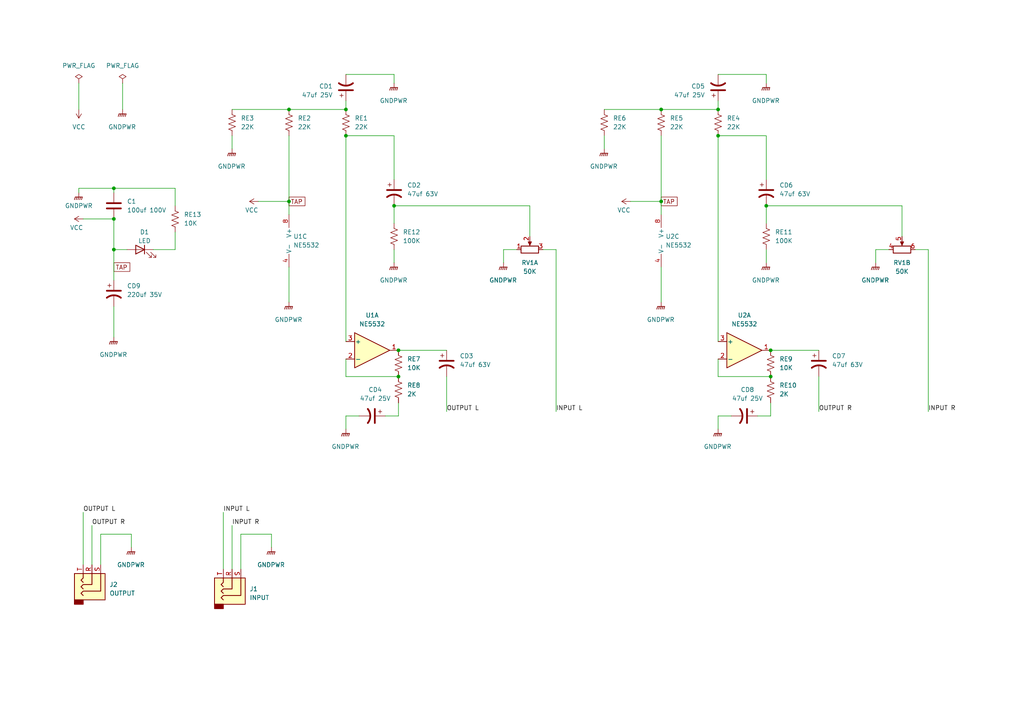
<source format=kicad_sch>
(kicad_sch (version 20211123) (generator eeschema)

  (uuid 2732632c-4768-42b6-bf7f-14643424019e)

  (paper "A4")

  (title_block
    (title "Classic 47 Variant [Reverse Engineered 47-PB0-DA1]")
    (date "2022-04-04")
    (rev "1.0")
    (company "Clarissa Walker")
    (comment 1 "NE5532 Headphone Amp")
  )

  (lib_symbols
    (symbol "Amplifier_Operational:NE5532" (pin_names (offset 0.127)) (in_bom yes) (on_board yes)
      (property "Reference" "U" (id 0) (at 0 5.08 0)
        (effects (font (size 1.27 1.27)) (justify left))
      )
      (property "Value" "NE5532" (id 1) (at 0 -5.08 0)
        (effects (font (size 1.27 1.27)) (justify left))
      )
      (property "Footprint" "" (id 2) (at 0 0 0)
        (effects (font (size 1.27 1.27)) hide)
      )
      (property "Datasheet" "http://www.ti.com/lit/ds/symlink/ne5532.pdf" (id 3) (at 0 0 0)
        (effects (font (size 1.27 1.27)) hide)
      )
      (property "ki_locked" "" (id 4) (at 0 0 0)
        (effects (font (size 1.27 1.27)))
      )
      (property "ki_keywords" "dual opamp" (id 5) (at 0 0 0)
        (effects (font (size 1.27 1.27)) hide)
      )
      (property "ki_description" "Dual Low-Noise Operational Amplifiers, DIP-8/SOIC-8" (id 6) (at 0 0 0)
        (effects (font (size 1.27 1.27)) hide)
      )
      (property "ki_fp_filters" "SOIC*3.9x4.9mm*P1.27mm* DIP*W7.62mm* TO*99* OnSemi*Micro8* TSSOP*3x3mm*P0.65mm* TSSOP*4.4x3mm*P0.65mm* MSOP*3x3mm*P0.65mm* SSOP*3.9x4.9mm*P0.635mm* LFCSP*2x2mm*P0.5mm* *SIP* SOIC*5.3x6.2mm*P1.27mm*" (id 7) (at 0 0 0)
        (effects (font (size 1.27 1.27)) hide)
      )
      (symbol "NE5532_1_1"
        (polyline
          (pts
            (xy -5.08 5.08)
            (xy 5.08 0)
            (xy -5.08 -5.08)
            (xy -5.08 5.08)
          )
          (stroke (width 0.254) (type default) (color 0 0 0 0))
          (fill (type background))
        )
        (pin output line (at 7.62 0 180) (length 2.54)
          (name "~" (effects (font (size 1.27 1.27))))
          (number "1" (effects (font (size 1.27 1.27))))
        )
        (pin input line (at -7.62 -2.54 0) (length 2.54)
          (name "-" (effects (font (size 1.27 1.27))))
          (number "2" (effects (font (size 1.27 1.27))))
        )
        (pin input line (at -7.62 2.54 0) (length 2.54)
          (name "+" (effects (font (size 1.27 1.27))))
          (number "3" (effects (font (size 1.27 1.27))))
        )
      )
      (symbol "NE5532_2_1"
        (polyline
          (pts
            (xy -5.08 5.08)
            (xy 5.08 0)
            (xy -5.08 -5.08)
            (xy -5.08 5.08)
          )
          (stroke (width 0.254) (type default) (color 0 0 0 0))
          (fill (type background))
        )
        (pin input line (at -7.62 2.54 0) (length 2.54)
          (name "+" (effects (font (size 1.27 1.27))))
          (number "5" (effects (font (size 1.27 1.27))))
        )
        (pin input line (at -7.62 -2.54 0) (length 2.54)
          (name "-" (effects (font (size 1.27 1.27))))
          (number "6" (effects (font (size 1.27 1.27))))
        )
        (pin output line (at 7.62 0 180) (length 2.54)
          (name "~" (effects (font (size 1.27 1.27))))
          (number "7" (effects (font (size 1.27 1.27))))
        )
      )
      (symbol "NE5532_3_1"
        (pin power_in line (at -2.54 -7.62 90) (length 3.81)
          (name "V-" (effects (font (size 1.27 1.27))))
          (number "4" (effects (font (size 1.27 1.27))))
        )
        (pin power_in line (at -2.54 7.62 270) (length 3.81)
          (name "V+" (effects (font (size 1.27 1.27))))
          (number "8" (effects (font (size 1.27 1.27))))
        )
      )
    )
    (symbol "Connector:AudioJack3" (in_bom yes) (on_board yes)
      (property "Reference" "J" (id 0) (at 0 8.89 0)
        (effects (font (size 1.27 1.27)))
      )
      (property "Value" "AudioJack3" (id 1) (at 0 6.35 0)
        (effects (font (size 1.27 1.27)))
      )
      (property "Footprint" "" (id 2) (at 0 0 0)
        (effects (font (size 1.27 1.27)) hide)
      )
      (property "Datasheet" "~" (id 3) (at 0 0 0)
        (effects (font (size 1.27 1.27)) hide)
      )
      (property "ki_keywords" "audio jack receptacle stereo headphones phones TRS connector" (id 4) (at 0 0 0)
        (effects (font (size 1.27 1.27)) hide)
      )
      (property "ki_description" "Audio Jack, 3 Poles (Stereo / TRS)" (id 5) (at 0 0 0)
        (effects (font (size 1.27 1.27)) hide)
      )
      (property "ki_fp_filters" "Jack*" (id 6) (at 0 0 0)
        (effects (font (size 1.27 1.27)) hide)
      )
      (symbol "AudioJack3_0_1"
        (rectangle (start -5.08 -5.08) (end -6.35 -2.54)
          (stroke (width 0.254) (type default) (color 0 0 0 0))
          (fill (type outline))
        )
        (polyline
          (pts
            (xy 0 -2.54)
            (xy 0.635 -3.175)
            (xy 1.27 -2.54)
            (xy 2.54 -2.54)
          )
          (stroke (width 0.254) (type default) (color 0 0 0 0))
          (fill (type none))
        )
        (polyline
          (pts
            (xy -1.905 -2.54)
            (xy -1.27 -3.175)
            (xy -0.635 -2.54)
            (xy -0.635 0)
            (xy 2.54 0)
          )
          (stroke (width 0.254) (type default) (color 0 0 0 0))
          (fill (type none))
        )
        (polyline
          (pts
            (xy 2.54 2.54)
            (xy -2.54 2.54)
            (xy -2.54 -2.54)
            (xy -3.175 -3.175)
            (xy -3.81 -2.54)
          )
          (stroke (width 0.254) (type default) (color 0 0 0 0))
          (fill (type none))
        )
        (rectangle (start 2.54 3.81) (end -5.08 -5.08)
          (stroke (width 0.254) (type default) (color 0 0 0 0))
          (fill (type background))
        )
      )
      (symbol "AudioJack3_1_1"
        (pin passive line (at 5.08 0 180) (length 2.54)
          (name "~" (effects (font (size 1.27 1.27))))
          (number "R" (effects (font (size 1.27 1.27))))
        )
        (pin passive line (at 5.08 2.54 180) (length 2.54)
          (name "~" (effects (font (size 1.27 1.27))))
          (number "S" (effects (font (size 1.27 1.27))))
        )
        (pin passive line (at 5.08 -2.54 180) (length 2.54)
          (name "~" (effects (font (size 1.27 1.27))))
          (number "T" (effects (font (size 1.27 1.27))))
        )
      )
    )
    (symbol "Device:C" (pin_numbers hide) (pin_names (offset 0.254)) (in_bom yes) (on_board yes)
      (property "Reference" "C" (id 0) (at 0.635 2.54 0)
        (effects (font (size 1.27 1.27)) (justify left))
      )
      (property "Value" "C" (id 1) (at 0.635 -2.54 0)
        (effects (font (size 1.27 1.27)) (justify left))
      )
      (property "Footprint" "" (id 2) (at 0.9652 -3.81 0)
        (effects (font (size 1.27 1.27)) hide)
      )
      (property "Datasheet" "~" (id 3) (at 0 0 0)
        (effects (font (size 1.27 1.27)) hide)
      )
      (property "ki_keywords" "cap capacitor" (id 4) (at 0 0 0)
        (effects (font (size 1.27 1.27)) hide)
      )
      (property "ki_description" "Unpolarized capacitor" (id 5) (at 0 0 0)
        (effects (font (size 1.27 1.27)) hide)
      )
      (property "ki_fp_filters" "C_*" (id 6) (at 0 0 0)
        (effects (font (size 1.27 1.27)) hide)
      )
      (symbol "C_0_1"
        (polyline
          (pts
            (xy -2.032 -0.762)
            (xy 2.032 -0.762)
          )
          (stroke (width 0.508) (type default) (color 0 0 0 0))
          (fill (type none))
        )
        (polyline
          (pts
            (xy -2.032 0.762)
            (xy 2.032 0.762)
          )
          (stroke (width 0.508) (type default) (color 0 0 0 0))
          (fill (type none))
        )
      )
      (symbol "C_1_1"
        (pin passive line (at 0 3.81 270) (length 2.794)
          (name "~" (effects (font (size 1.27 1.27))))
          (number "1" (effects (font (size 1.27 1.27))))
        )
        (pin passive line (at 0 -3.81 90) (length 2.794)
          (name "~" (effects (font (size 1.27 1.27))))
          (number "2" (effects (font (size 1.27 1.27))))
        )
      )
    )
    (symbol "Device:C_Polarized_US" (pin_numbers hide) (pin_names (offset 0.254) hide) (in_bom yes) (on_board yes)
      (property "Reference" "C" (id 0) (at 0.635 2.54 0)
        (effects (font (size 1.27 1.27)) (justify left))
      )
      (property "Value" "C_Polarized_US" (id 1) (at 0.635 -2.54 0)
        (effects (font (size 1.27 1.27)) (justify left))
      )
      (property "Footprint" "" (id 2) (at 0 0 0)
        (effects (font (size 1.27 1.27)) hide)
      )
      (property "Datasheet" "~" (id 3) (at 0 0 0)
        (effects (font (size 1.27 1.27)) hide)
      )
      (property "ki_keywords" "cap capacitor" (id 4) (at 0 0 0)
        (effects (font (size 1.27 1.27)) hide)
      )
      (property "ki_description" "Polarized capacitor, US symbol" (id 5) (at 0 0 0)
        (effects (font (size 1.27 1.27)) hide)
      )
      (property "ki_fp_filters" "CP_*" (id 6) (at 0 0 0)
        (effects (font (size 1.27 1.27)) hide)
      )
      (symbol "C_Polarized_US_0_1"
        (polyline
          (pts
            (xy -2.032 0.762)
            (xy 2.032 0.762)
          )
          (stroke (width 0.508) (type default) (color 0 0 0 0))
          (fill (type none))
        )
        (polyline
          (pts
            (xy -1.778 2.286)
            (xy -0.762 2.286)
          )
          (stroke (width 0) (type default) (color 0 0 0 0))
          (fill (type none))
        )
        (polyline
          (pts
            (xy -1.27 1.778)
            (xy -1.27 2.794)
          )
          (stroke (width 0) (type default) (color 0 0 0 0))
          (fill (type none))
        )
        (arc (start 2.032 -1.27) (mid 0 -0.5572) (end -2.032 -1.27)
          (stroke (width 0.508) (type default) (color 0 0 0 0))
          (fill (type none))
        )
      )
      (symbol "C_Polarized_US_1_1"
        (pin passive line (at 0 3.81 270) (length 2.794)
          (name "~" (effects (font (size 1.27 1.27))))
          (number "1" (effects (font (size 1.27 1.27))))
        )
        (pin passive line (at 0 -3.81 90) (length 3.302)
          (name "~" (effects (font (size 1.27 1.27))))
          (number "2" (effects (font (size 1.27 1.27))))
        )
      )
    )
    (symbol "Device:LED" (pin_numbers hide) (pin_names (offset 1.016) hide) (in_bom yes) (on_board yes)
      (property "Reference" "D" (id 0) (at 0 2.54 0)
        (effects (font (size 1.27 1.27)))
      )
      (property "Value" "LED" (id 1) (at 0 -2.54 0)
        (effects (font (size 1.27 1.27)))
      )
      (property "Footprint" "" (id 2) (at 0 0 0)
        (effects (font (size 1.27 1.27)) hide)
      )
      (property "Datasheet" "~" (id 3) (at 0 0 0)
        (effects (font (size 1.27 1.27)) hide)
      )
      (property "ki_keywords" "LED diode" (id 4) (at 0 0 0)
        (effects (font (size 1.27 1.27)) hide)
      )
      (property "ki_description" "Light emitting diode" (id 5) (at 0 0 0)
        (effects (font (size 1.27 1.27)) hide)
      )
      (property "ki_fp_filters" "LED* LED_SMD:* LED_THT:*" (id 6) (at 0 0 0)
        (effects (font (size 1.27 1.27)) hide)
      )
      (symbol "LED_0_1"
        (polyline
          (pts
            (xy -1.27 -1.27)
            (xy -1.27 1.27)
          )
          (stroke (width 0.254) (type default) (color 0 0 0 0))
          (fill (type none))
        )
        (polyline
          (pts
            (xy -1.27 0)
            (xy 1.27 0)
          )
          (stroke (width 0) (type default) (color 0 0 0 0))
          (fill (type none))
        )
        (polyline
          (pts
            (xy 1.27 -1.27)
            (xy 1.27 1.27)
            (xy -1.27 0)
            (xy 1.27 -1.27)
          )
          (stroke (width 0.254) (type default) (color 0 0 0 0))
          (fill (type none))
        )
        (polyline
          (pts
            (xy -3.048 -0.762)
            (xy -4.572 -2.286)
            (xy -3.81 -2.286)
            (xy -4.572 -2.286)
            (xy -4.572 -1.524)
          )
          (stroke (width 0) (type default) (color 0 0 0 0))
          (fill (type none))
        )
        (polyline
          (pts
            (xy -1.778 -0.762)
            (xy -3.302 -2.286)
            (xy -2.54 -2.286)
            (xy -3.302 -2.286)
            (xy -3.302 -1.524)
          )
          (stroke (width 0) (type default) (color 0 0 0 0))
          (fill (type none))
        )
      )
      (symbol "LED_1_1"
        (pin passive line (at -3.81 0 0) (length 2.54)
          (name "K" (effects (font (size 1.27 1.27))))
          (number "1" (effects (font (size 1.27 1.27))))
        )
        (pin passive line (at 3.81 0 180) (length 2.54)
          (name "A" (effects (font (size 1.27 1.27))))
          (number "2" (effects (font (size 1.27 1.27))))
        )
      )
    )
    (symbol "Device:R_Potentiometer_Dual_Separate" (pin_names (offset 1.016) hide) (in_bom yes) (on_board yes)
      (property "Reference" "RV" (id 0) (at -4.445 0 90)
        (effects (font (size 1.27 1.27)))
      )
      (property "Value" "R_Potentiometer_Dual_Separate" (id 1) (at -2.54 0 90)
        (effects (font (size 1.27 1.27)))
      )
      (property "Footprint" "" (id 2) (at 0 0 0)
        (effects (font (size 1.27 1.27)) hide)
      )
      (property "Datasheet" "~" (id 3) (at 0 0 0)
        (effects (font (size 1.27 1.27)) hide)
      )
      (property "ki_keywords" "resistor variable" (id 4) (at 0 0 0)
        (effects (font (size 1.27 1.27)) hide)
      )
      (property "ki_description" "Dual potentiometer, separate units" (id 5) (at 0 0 0)
        (effects (font (size 1.27 1.27)) hide)
      )
      (property "ki_fp_filters" "Potentiometer*" (id 6) (at 0 0 0)
        (effects (font (size 1.27 1.27)) hide)
      )
      (symbol "R_Potentiometer_Dual_Separate_0_1"
        (polyline
          (pts
            (xy 2.54 0)
            (xy 1.524 0)
          )
          (stroke (width 0) (type default) (color 0 0 0 0))
          (fill (type none))
        )
        (polyline
          (pts
            (xy 1.143 0)
            (xy 2.286 0.508)
            (xy 2.286 -0.508)
            (xy 1.143 0)
          )
          (stroke (width 0) (type default) (color 0 0 0 0))
          (fill (type outline))
        )
        (rectangle (start 1.016 2.54) (end -1.016 -2.54)
          (stroke (width 0.254) (type default) (color 0 0 0 0))
          (fill (type none))
        )
      )
      (symbol "R_Potentiometer_Dual_Separate_1_1"
        (pin passive line (at 0 3.81 270) (length 1.27)
          (name "1" (effects (font (size 1.27 1.27))))
          (number "1" (effects (font (size 1.27 1.27))))
        )
        (pin passive line (at 3.81 0 180) (length 1.27)
          (name "2" (effects (font (size 1.27 1.27))))
          (number "2" (effects (font (size 1.27 1.27))))
        )
        (pin passive line (at 0 -3.81 90) (length 1.27)
          (name "3" (effects (font (size 1.27 1.27))))
          (number "3" (effects (font (size 1.27 1.27))))
        )
      )
      (symbol "R_Potentiometer_Dual_Separate_2_1"
        (pin passive line (at 0 3.81 270) (length 1.27)
          (name "4" (effects (font (size 1.27 1.27))))
          (number "4" (effects (font (size 1.27 1.27))))
        )
        (pin passive line (at 3.81 0 180) (length 1.27)
          (name "5" (effects (font (size 1.27 1.27))))
          (number "5" (effects (font (size 1.27 1.27))))
        )
        (pin passive line (at 0 -3.81 90) (length 1.27)
          (name "6" (effects (font (size 1.27 1.27))))
          (number "6" (effects (font (size 1.27 1.27))))
        )
      )
    )
    (symbol "Device:R_US" (pin_numbers hide) (pin_names (offset 0)) (in_bom yes) (on_board yes)
      (property "Reference" "R" (id 0) (at 2.54 0 90)
        (effects (font (size 1.27 1.27)))
      )
      (property "Value" "R_US" (id 1) (at -2.54 0 90)
        (effects (font (size 1.27 1.27)))
      )
      (property "Footprint" "" (id 2) (at 1.016 -0.254 90)
        (effects (font (size 1.27 1.27)) hide)
      )
      (property "Datasheet" "~" (id 3) (at 0 0 0)
        (effects (font (size 1.27 1.27)) hide)
      )
      (property "ki_keywords" "R res resistor" (id 4) (at 0 0 0)
        (effects (font (size 1.27 1.27)) hide)
      )
      (property "ki_description" "Resistor, US symbol" (id 5) (at 0 0 0)
        (effects (font (size 1.27 1.27)) hide)
      )
      (property "ki_fp_filters" "R_*" (id 6) (at 0 0 0)
        (effects (font (size 1.27 1.27)) hide)
      )
      (symbol "R_US_0_1"
        (polyline
          (pts
            (xy 0 -2.286)
            (xy 0 -2.54)
          )
          (stroke (width 0) (type default) (color 0 0 0 0))
          (fill (type none))
        )
        (polyline
          (pts
            (xy 0 2.286)
            (xy 0 2.54)
          )
          (stroke (width 0) (type default) (color 0 0 0 0))
          (fill (type none))
        )
        (polyline
          (pts
            (xy 0 -0.762)
            (xy 1.016 -1.143)
            (xy 0 -1.524)
            (xy -1.016 -1.905)
            (xy 0 -2.286)
          )
          (stroke (width 0) (type default) (color 0 0 0 0))
          (fill (type none))
        )
        (polyline
          (pts
            (xy 0 0.762)
            (xy 1.016 0.381)
            (xy 0 0)
            (xy -1.016 -0.381)
            (xy 0 -0.762)
          )
          (stroke (width 0) (type default) (color 0 0 0 0))
          (fill (type none))
        )
        (polyline
          (pts
            (xy 0 2.286)
            (xy 1.016 1.905)
            (xy 0 1.524)
            (xy -1.016 1.143)
            (xy 0 0.762)
          )
          (stroke (width 0) (type default) (color 0 0 0 0))
          (fill (type none))
        )
      )
      (symbol "R_US_1_1"
        (pin passive line (at 0 3.81 270) (length 1.27)
          (name "~" (effects (font (size 1.27 1.27))))
          (number "1" (effects (font (size 1.27 1.27))))
        )
        (pin passive line (at 0 -3.81 90) (length 1.27)
          (name "~" (effects (font (size 1.27 1.27))))
          (number "2" (effects (font (size 1.27 1.27))))
        )
      )
    )
    (symbol "power:GNDPWR" (power) (pin_names (offset 0)) (in_bom yes) (on_board yes)
      (property "Reference" "#PWR" (id 0) (at 0 -5.08 0)
        (effects (font (size 1.27 1.27)) hide)
      )
      (property "Value" "GNDPWR" (id 1) (at 0 -3.302 0)
        (effects (font (size 1.27 1.27)))
      )
      (property "Footprint" "" (id 2) (at 0 -1.27 0)
        (effects (font (size 1.27 1.27)) hide)
      )
      (property "Datasheet" "" (id 3) (at 0 -1.27 0)
        (effects (font (size 1.27 1.27)) hide)
      )
      (property "ki_keywords" "power-flag" (id 4) (at 0 0 0)
        (effects (font (size 1.27 1.27)) hide)
      )
      (property "ki_description" "Power symbol creates a global label with name \"GNDPWR\" , power ground" (id 5) (at 0 0 0)
        (effects (font (size 1.27 1.27)) hide)
      )
      (symbol "GNDPWR_0_1"
        (polyline
          (pts
            (xy 0 -1.27)
            (xy 0 0)
          )
          (stroke (width 0) (type default) (color 0 0 0 0))
          (fill (type none))
        )
        (polyline
          (pts
            (xy -1.016 -1.27)
            (xy -1.27 -2.032)
            (xy -1.27 -2.032)
          )
          (stroke (width 0.2032) (type default) (color 0 0 0 0))
          (fill (type none))
        )
        (polyline
          (pts
            (xy -0.508 -1.27)
            (xy -0.762 -2.032)
            (xy -0.762 -2.032)
          )
          (stroke (width 0.2032) (type default) (color 0 0 0 0))
          (fill (type none))
        )
        (polyline
          (pts
            (xy 0 -1.27)
            (xy -0.254 -2.032)
            (xy -0.254 -2.032)
          )
          (stroke (width 0.2032) (type default) (color 0 0 0 0))
          (fill (type none))
        )
        (polyline
          (pts
            (xy 0.508 -1.27)
            (xy 0.254 -2.032)
            (xy 0.254 -2.032)
          )
          (stroke (width 0.2032) (type default) (color 0 0 0 0))
          (fill (type none))
        )
        (polyline
          (pts
            (xy 1.016 -1.27)
            (xy -1.016 -1.27)
            (xy -1.016 -1.27)
          )
          (stroke (width 0.2032) (type default) (color 0 0 0 0))
          (fill (type none))
        )
        (polyline
          (pts
            (xy 1.016 -1.27)
            (xy 0.762 -2.032)
            (xy 0.762 -2.032)
            (xy 0.762 -2.032)
          )
          (stroke (width 0.2032) (type default) (color 0 0 0 0))
          (fill (type none))
        )
      )
      (symbol "GNDPWR_1_1"
        (pin power_in line (at 0 0 270) (length 0) hide
          (name "GNDPWR" (effects (font (size 1.27 1.27))))
          (number "1" (effects (font (size 1.27 1.27))))
        )
      )
    )
    (symbol "power:PWR_FLAG" (power) (pin_numbers hide) (pin_names (offset 0) hide) (in_bom yes) (on_board yes)
      (property "Reference" "#FLG" (id 0) (at 0 1.905 0)
        (effects (font (size 1.27 1.27)) hide)
      )
      (property "Value" "PWR_FLAG" (id 1) (at 0 3.81 0)
        (effects (font (size 1.27 1.27)))
      )
      (property "Footprint" "" (id 2) (at 0 0 0)
        (effects (font (size 1.27 1.27)) hide)
      )
      (property "Datasheet" "~" (id 3) (at 0 0 0)
        (effects (font (size 1.27 1.27)) hide)
      )
      (property "ki_keywords" "power-flag" (id 4) (at 0 0 0)
        (effects (font (size 1.27 1.27)) hide)
      )
      (property "ki_description" "Special symbol for telling ERC where power comes from" (id 5) (at 0 0 0)
        (effects (font (size 1.27 1.27)) hide)
      )
      (symbol "PWR_FLAG_0_0"
        (pin power_out line (at 0 0 90) (length 0)
          (name "pwr" (effects (font (size 1.27 1.27))))
          (number "1" (effects (font (size 1.27 1.27))))
        )
      )
      (symbol "PWR_FLAG_0_1"
        (polyline
          (pts
            (xy 0 0)
            (xy 0 1.27)
            (xy -1.016 1.905)
            (xy 0 2.54)
            (xy 1.016 1.905)
            (xy 0 1.27)
          )
          (stroke (width 0) (type default) (color 0 0 0 0))
          (fill (type none))
        )
      )
    )
    (symbol "power:VCC" (power) (pin_names (offset 0)) (in_bom yes) (on_board yes)
      (property "Reference" "#PWR" (id 0) (at 0 -3.81 0)
        (effects (font (size 1.27 1.27)) hide)
      )
      (property "Value" "VCC" (id 1) (at 0 3.81 0)
        (effects (font (size 1.27 1.27)))
      )
      (property "Footprint" "" (id 2) (at 0 0 0)
        (effects (font (size 1.27 1.27)) hide)
      )
      (property "Datasheet" "" (id 3) (at 0 0 0)
        (effects (font (size 1.27 1.27)) hide)
      )
      (property "ki_keywords" "power-flag" (id 4) (at 0 0 0)
        (effects (font (size 1.27 1.27)) hide)
      )
      (property "ki_description" "Power symbol creates a global label with name \"VCC\"" (id 5) (at 0 0 0)
        (effects (font (size 1.27 1.27)) hide)
      )
      (symbol "VCC_0_1"
        (polyline
          (pts
            (xy -0.762 1.27)
            (xy 0 2.54)
          )
          (stroke (width 0) (type default) (color 0 0 0 0))
          (fill (type none))
        )
        (polyline
          (pts
            (xy 0 0)
            (xy 0 2.54)
          )
          (stroke (width 0) (type default) (color 0 0 0 0))
          (fill (type none))
        )
        (polyline
          (pts
            (xy 0 2.54)
            (xy 0.762 1.27)
          )
          (stroke (width 0) (type default) (color 0 0 0 0))
          (fill (type none))
        )
      )
      (symbol "VCC_1_1"
        (pin power_in line (at 0 0 90) (length 0) hide
          (name "VCC" (effects (font (size 1.27 1.27))))
          (number "1" (effects (font (size 1.27 1.27))))
        )
      )
    )
  )

  (junction (at 223.52 101.6) (diameter 0) (color 0 0 0 0)
    (uuid 0fb6de65-caec-4ecd-b18a-cb249940e047)
  )
  (junction (at 33.02 72.39) (diameter 0) (color 0 0 0 0)
    (uuid 24015166-b475-4fc9-9d42-b8cb6affe825)
  )
  (junction (at 115.57 109.22) (diameter 0) (color 0 0 0 0)
    (uuid 2cc4411b-61e5-43aa-961b-c7fca25d0c0f)
  )
  (junction (at 208.28 31.75) (diameter 0) (color 0 0 0 0)
    (uuid 3254e6cd-e3a3-4af5-9076-fe08a53a2b17)
  )
  (junction (at 191.77 58.42) (diameter 0) (color 0 0 0 0)
    (uuid 6635138d-edb4-479b-8214-15cfcaeea8d1)
  )
  (junction (at 100.33 31.75) (diameter 0) (color 0 0 0 0)
    (uuid 6712fc92-74cd-4086-bab6-9272c48fd8d6)
  )
  (junction (at 222.25 59.69) (diameter 0) (color 0 0 0 0)
    (uuid 7273e6d2-be8c-4c23-ab58-457096a58a59)
  )
  (junction (at 223.52 109.22) (diameter 0) (color 0 0 0 0)
    (uuid 7e96f57b-5461-426c-b0e1-2aa49c93bc41)
  )
  (junction (at 33.02 54.61) (diameter 0) (color 0 0 0 0)
    (uuid 893674fc-4f39-4e3b-8333-425fcaa60382)
  )
  (junction (at 208.28 39.37) (diameter 0) (color 0 0 0 0)
    (uuid 9fc468a4-7898-4be2-883a-f0ca731ab84a)
  )
  (junction (at 191.77 31.75) (diameter 0) (color 0 0 0 0)
    (uuid a3bbbabc-523b-4066-8b23-bc93959b69fa)
  )
  (junction (at 33.02 63.5) (diameter 0) (color 0 0 0 0)
    (uuid b0503bc2-dc0b-4492-bfe7-7831d56ace56)
  )
  (junction (at 83.82 31.75) (diameter 0) (color 0 0 0 0)
    (uuid b40b602a-eb67-4b32-ae4f-b0d62612eefd)
  )
  (junction (at 114.3 59.69) (diameter 0) (color 0 0 0 0)
    (uuid b4951683-3bb2-493a-bf2e-ad5cc353f57a)
  )
  (junction (at 83.82 58.42) (diameter 0) (color 0 0 0 0)
    (uuid bb7024b0-ccc5-41f5-baec-ee80cb087753)
  )
  (junction (at 115.57 101.6) (diameter 0) (color 0 0 0 0)
    (uuid beea375b-818b-41ff-8e70-548797215291)
  )
  (junction (at 100.33 39.37) (diameter 0) (color 0 0 0 0)
    (uuid c85024cc-7c22-4ad7-89fe-987d1b53b163)
  )

  (wire (pts (xy 115.57 101.6) (xy 129.54 101.6))
    (stroke (width 0) (type default) (color 0 0 0 0))
    (uuid 0117d063-f5c4-4a18-96c7-b60ac0ddc864)
  )
  (wire (pts (xy 146.05 72.39) (xy 146.05 76.2))
    (stroke (width 0) (type default) (color 0 0 0 0))
    (uuid 02d0b525-9dab-4fbd-9a15-3f94bee7679b)
  )
  (wire (pts (xy 223.52 116.84) (xy 223.52 120.65))
    (stroke (width 0) (type default) (color 0 0 0 0))
    (uuid 080dd69a-ee7b-4d2f-865c-5a4bf5c3a34a)
  )
  (wire (pts (xy 208.28 29.21) (xy 208.28 31.75))
    (stroke (width 0) (type default) (color 0 0 0 0))
    (uuid 08385a1f-21d4-4ccf-b6a8-d925bbe323c5)
  )
  (wire (pts (xy 33.02 72.39) (xy 33.02 81.28))
    (stroke (width 0) (type default) (color 0 0 0 0))
    (uuid 0ba4085e-90cc-43b4-a825-003f1aba5a6d)
  )
  (wire (pts (xy 149.86 72.39) (xy 146.05 72.39))
    (stroke (width 0) (type default) (color 0 0 0 0))
    (uuid 0e0963c1-2534-420e-90d7-919f9b21151c)
  )
  (wire (pts (xy 222.25 72.39) (xy 222.25 76.2))
    (stroke (width 0) (type default) (color 0 0 0 0))
    (uuid 104509ed-ad9e-4a0c-953c-1b72e298f11b)
  )
  (wire (pts (xy 182.88 58.42) (xy 191.77 58.42))
    (stroke (width 0) (type default) (color 0 0 0 0))
    (uuid 12616250-a1f5-44bf-b3c5-d923f4c63ab2)
  )
  (wire (pts (xy 22.86 54.61) (xy 22.86 55.88))
    (stroke (width 0) (type default) (color 0 0 0 0))
    (uuid 128a8c7e-947a-4e84-8e66-279dfe230fae)
  )
  (wire (pts (xy 78.74 154.94) (xy 78.74 158.75))
    (stroke (width 0) (type default) (color 0 0 0 0))
    (uuid 15ebd8c8-2d1d-4cd0-902f-a985d68bc5e0)
  )
  (wire (pts (xy 50.8 72.39) (xy 50.8 67.31))
    (stroke (width 0) (type default) (color 0 0 0 0))
    (uuid 1d05765a-373d-428e-8515-e13e8d52ee70)
  )
  (wire (pts (xy 24.13 148.59) (xy 24.13 163.83))
    (stroke (width 0) (type default) (color 0 0 0 0))
    (uuid 22027d4d-268d-4869-89b0-889b8534350d)
  )
  (wire (pts (xy 191.77 87.63) (xy 191.77 77.47))
    (stroke (width 0) (type default) (color 0 0 0 0))
    (uuid 229990da-da54-4934-a8e6-15ccbbafab65)
  )
  (wire (pts (xy 208.28 104.14) (xy 208.28 109.22))
    (stroke (width 0) (type default) (color 0 0 0 0))
    (uuid 247f7ae5-feea-483e-9310-d9433a4cd689)
  )
  (wire (pts (xy 100.33 120.65) (xy 100.33 124.46))
    (stroke (width 0) (type default) (color 0 0 0 0))
    (uuid 2715a3c0-d8c6-4980-b567-656a1fda7610)
  )
  (wire (pts (xy 74.93 58.42) (xy 83.82 58.42))
    (stroke (width 0) (type default) (color 0 0 0 0))
    (uuid 2a274a75-8cb0-458f-8cc5-d9a4369f8124)
  )
  (wire (pts (xy 191.77 31.75) (xy 208.28 31.75))
    (stroke (width 0) (type default) (color 0 0 0 0))
    (uuid 2a60a3c0-27f3-4fb3-b33b-a153afa900c0)
  )
  (wire (pts (xy 24.13 63.5) (xy 33.02 63.5))
    (stroke (width 0) (type default) (color 0 0 0 0))
    (uuid 2cb8c3ab-ce15-42ba-bae0-c14b52fabf2e)
  )
  (wire (pts (xy 223.52 120.65) (xy 219.71 120.65))
    (stroke (width 0) (type default) (color 0 0 0 0))
    (uuid 2dca7f89-bb30-4fc6-a5d0-1163b723af9a)
  )
  (wire (pts (xy 22.86 54.61) (xy 33.02 54.61))
    (stroke (width 0) (type default) (color 0 0 0 0))
    (uuid 3048e075-7cb8-44b4-88f6-390bb4c976b4)
  )
  (wire (pts (xy 100.33 109.22) (xy 115.57 109.22))
    (stroke (width 0) (type default) (color 0 0 0 0))
    (uuid 33cd79b0-6775-460a-a593-8a5d8404f79f)
  )
  (wire (pts (xy 261.62 68.58) (xy 261.62 59.69))
    (stroke (width 0) (type default) (color 0 0 0 0))
    (uuid 3aef360c-02ff-484d-9b9f-db826e9e8449)
  )
  (wire (pts (xy 83.82 62.23) (xy 83.82 58.42))
    (stroke (width 0) (type default) (color 0 0 0 0))
    (uuid 3c91e5d6-d307-4aef-a6cc-87fbd513c94d)
  )
  (wire (pts (xy 269.24 72.39) (xy 265.43 72.39))
    (stroke (width 0) (type default) (color 0 0 0 0))
    (uuid 40031a2a-6b17-44a1-99cb-21997a07d60b)
  )
  (wire (pts (xy 153.67 59.69) (xy 114.3 59.69))
    (stroke (width 0) (type default) (color 0 0 0 0))
    (uuid 438cbfa6-2f27-4c3f-8289-7186ada7dd2d)
  )
  (wire (pts (xy 161.29 72.39) (xy 161.29 119.38))
    (stroke (width 0) (type default) (color 0 0 0 0))
    (uuid 498a16c7-a084-461d-8c5a-9968e3cc2423)
  )
  (wire (pts (xy 115.57 120.65) (xy 115.57 116.84))
    (stroke (width 0) (type default) (color 0 0 0 0))
    (uuid 57e1300f-a369-4755-afb2-c728eec41409)
  )
  (wire (pts (xy 33.02 63.5) (xy 33.02 72.39))
    (stroke (width 0) (type default) (color 0 0 0 0))
    (uuid 58de0110-eab8-48d0-bf04-7d11b5c1c2f2)
  )
  (wire (pts (xy 26.67 152.4) (xy 26.67 163.83))
    (stroke (width 0) (type default) (color 0 0 0 0))
    (uuid 5c8d36a7-b5ec-4601-a012-8a76c8dfbd74)
  )
  (wire (pts (xy 67.31 39.37) (xy 67.31 43.18))
    (stroke (width 0) (type default) (color 0 0 0 0))
    (uuid 5cf698cb-d4eb-4afd-9f3c-d7f5cadacd58)
  )
  (wire (pts (xy 64.77 148.59) (xy 64.77 165.1))
    (stroke (width 0) (type default) (color 0 0 0 0))
    (uuid 5faeb20c-c07e-4610-91eb-d8bd550ebfb4)
  )
  (wire (pts (xy 29.21 154.94) (xy 29.21 163.83))
    (stroke (width 0) (type default) (color 0 0 0 0))
    (uuid 61f5e8eb-2e22-4ecd-9c2c-63979bd40597)
  )
  (wire (pts (xy 257.81 72.39) (xy 254 72.39))
    (stroke (width 0) (type default) (color 0 0 0 0))
    (uuid 6810e82e-bd4e-42d1-a262-22fd882ca45f)
  )
  (wire (pts (xy 222.25 64.77) (xy 222.25 59.69))
    (stroke (width 0) (type default) (color 0 0 0 0))
    (uuid 686b1e5d-134e-4af0-9b94-2fdef4267743)
  )
  (wire (pts (xy 223.52 101.6) (xy 237.49 101.6))
    (stroke (width 0) (type default) (color 0 0 0 0))
    (uuid 69ecaa2f-9acb-4110-9191-7791a6f3c96d)
  )
  (wire (pts (xy 69.85 165.1) (xy 69.85 154.94))
    (stroke (width 0) (type default) (color 0 0 0 0))
    (uuid 6e2bcfa0-a290-462f-9563-c289d648e1a9)
  )
  (wire (pts (xy 191.77 62.23) (xy 191.77 58.42))
    (stroke (width 0) (type default) (color 0 0 0 0))
    (uuid 6e754dc1-7418-4563-80d7-afd1f3702167)
  )
  (wire (pts (xy 100.33 39.37) (xy 114.3 39.37))
    (stroke (width 0) (type default) (color 0 0 0 0))
    (uuid 719225ae-fcef-4c10-ae83-d73f5e76777e)
  )
  (wire (pts (xy 111.76 120.65) (xy 115.57 120.65))
    (stroke (width 0) (type default) (color 0 0 0 0))
    (uuid 73b37bfc-cc37-4dcb-80b1-c0ed418bd088)
  )
  (wire (pts (xy 100.33 21.59) (xy 114.3 21.59))
    (stroke (width 0) (type default) (color 0 0 0 0))
    (uuid 788ba4f7-121e-4c85-91d3-4c7f4c5d581c)
  )
  (wire (pts (xy 33.02 54.61) (xy 33.02 55.88))
    (stroke (width 0) (type default) (color 0 0 0 0))
    (uuid 7e57e07d-9adc-4bc7-bf3e-f31e8e1561e6)
  )
  (wire (pts (xy 104.14 120.65) (xy 100.33 120.65))
    (stroke (width 0) (type default) (color 0 0 0 0))
    (uuid 8001ec37-c7fd-44de-8753-52699d63b921)
  )
  (wire (pts (xy 237.49 109.22) (xy 237.49 119.38))
    (stroke (width 0) (type default) (color 0 0 0 0))
    (uuid 82037c76-2a72-4e65-9850-bb35a267388f)
  )
  (wire (pts (xy 35.56 24.13) (xy 35.56 31.75))
    (stroke (width 0) (type default) (color 0 0 0 0))
    (uuid 82aa89b5-3617-419b-8e3d-8b7c06098ea6)
  )
  (wire (pts (xy 153.67 68.58) (xy 153.67 59.69))
    (stroke (width 0) (type default) (color 0 0 0 0))
    (uuid 85129123-3bc6-4c77-892d-275456a0388a)
  )
  (wire (pts (xy 114.3 52.07) (xy 114.3 39.37))
    (stroke (width 0) (type default) (color 0 0 0 0))
    (uuid 86493191-3e7f-47b4-abcb-a5c67a47018e)
  )
  (wire (pts (xy 254 72.39) (xy 254 76.2))
    (stroke (width 0) (type default) (color 0 0 0 0))
    (uuid 88f5a4e0-6fa8-4ce0-9531-c548ebfc56ce)
  )
  (wire (pts (xy 22.86 24.13) (xy 22.86 31.75))
    (stroke (width 0) (type default) (color 0 0 0 0))
    (uuid 8d78cea2-222d-44f7-97d2-4ef69f6c4b3f)
  )
  (wire (pts (xy 129.54 109.22) (xy 129.54 119.38))
    (stroke (width 0) (type default) (color 0 0 0 0))
    (uuid 9291ab48-267c-4232-bdd7-3bc3f4789c3b)
  )
  (wire (pts (xy 222.25 39.37) (xy 208.28 39.37))
    (stroke (width 0) (type default) (color 0 0 0 0))
    (uuid 92d2dfdb-22d1-4ea4-b481-9217b2a9478b)
  )
  (wire (pts (xy 29.21 154.94) (xy 38.1 154.94))
    (stroke (width 0) (type default) (color 0 0 0 0))
    (uuid 9439a6bb-c679-43b1-9f49-b7a326b1af15)
  )
  (wire (pts (xy 208.28 120.65) (xy 212.09 120.65))
    (stroke (width 0) (type default) (color 0 0 0 0))
    (uuid 943f08ab-4f7c-4dc0-9854-827cac78d462)
  )
  (wire (pts (xy 222.25 52.07) (xy 222.25 39.37))
    (stroke (width 0) (type default) (color 0 0 0 0))
    (uuid 95656c6a-5d23-4273-bc5b-fc35343cca40)
  )
  (wire (pts (xy 114.3 64.77) (xy 114.3 59.69))
    (stroke (width 0) (type default) (color 0 0 0 0))
    (uuid 98d8dbd3-9d2f-4a6a-9316-c73f7b0dbcff)
  )
  (wire (pts (xy 50.8 54.61) (xy 33.02 54.61))
    (stroke (width 0) (type default) (color 0 0 0 0))
    (uuid 9f3ef0c1-4023-4251-9433-0b425df0e116)
  )
  (wire (pts (xy 269.24 72.39) (xy 269.24 119.38))
    (stroke (width 0) (type default) (color 0 0 0 0))
    (uuid 9fa7e7d3-1067-44f0-a11d-b34d67357833)
  )
  (wire (pts (xy 100.33 99.06) (xy 100.33 39.37))
    (stroke (width 0) (type default) (color 0 0 0 0))
    (uuid a1eff3db-e183-495b-82c3-f1cca73e33f6)
  )
  (wire (pts (xy 114.3 21.59) (xy 114.3 24.13))
    (stroke (width 0) (type default) (color 0 0 0 0))
    (uuid a53d1cf4-4a06-4c14-98b7-2cc7e6f2a6ee)
  )
  (wire (pts (xy 175.26 31.75) (xy 191.77 31.75))
    (stroke (width 0) (type default) (color 0 0 0 0))
    (uuid a8b26b05-0af7-4881-9989-855347e219e4)
  )
  (wire (pts (xy 100.33 29.21) (xy 100.33 31.75))
    (stroke (width 0) (type default) (color 0 0 0 0))
    (uuid aaa1b865-17f2-40de-9b9a-ca95f1f42d69)
  )
  (wire (pts (xy 44.45 72.39) (xy 50.8 72.39))
    (stroke (width 0) (type default) (color 0 0 0 0))
    (uuid afdfc2ba-3bcd-437b-91af-ecdce9f23db1)
  )
  (wire (pts (xy 83.82 31.75) (xy 100.33 31.75))
    (stroke (width 0) (type default) (color 0 0 0 0))
    (uuid b62e8eb5-2c6e-49d4-ae82-94d94fbf74b7)
  )
  (wire (pts (xy 100.33 104.14) (xy 100.33 109.22))
    (stroke (width 0) (type default) (color 0 0 0 0))
    (uuid b7b21755-3685-4b1c-a5db-1414555d7a48)
  )
  (wire (pts (xy 67.31 31.75) (xy 83.82 31.75))
    (stroke (width 0) (type default) (color 0 0 0 0))
    (uuid c13ced0c-2abf-4244-a485-54ae39e63506)
  )
  (wire (pts (xy 50.8 59.69) (xy 50.8 54.61))
    (stroke (width 0) (type default) (color 0 0 0 0))
    (uuid ce4ed855-a137-43d1-a67c-13b91efe314a)
  )
  (wire (pts (xy 33.02 97.79) (xy 33.02 88.9))
    (stroke (width 0) (type default) (color 0 0 0 0))
    (uuid cf512d5b-5534-4392-8928-9065c202cba5)
  )
  (wire (pts (xy 36.83 72.39) (xy 33.02 72.39))
    (stroke (width 0) (type default) (color 0 0 0 0))
    (uuid d03d0b6d-42f4-4daa-9438-d879eebda306)
  )
  (wire (pts (xy 191.77 39.37) (xy 191.77 58.42))
    (stroke (width 0) (type default) (color 0 0 0 0))
    (uuid d5720b26-3af6-4419-8164-930c9315e049)
  )
  (wire (pts (xy 38.1 154.94) (xy 38.1 158.75))
    (stroke (width 0) (type default) (color 0 0 0 0))
    (uuid d6f0c49c-e094-4374-8610-671ee58f3525)
  )
  (wire (pts (xy 161.29 72.39) (xy 157.48 72.39))
    (stroke (width 0) (type default) (color 0 0 0 0))
    (uuid d86e0a34-da74-472b-872b-df6989d6a3b1)
  )
  (wire (pts (xy 67.31 152.4) (xy 67.31 165.1))
    (stroke (width 0) (type default) (color 0 0 0 0))
    (uuid d94a5954-8e14-426e-b27f-50eca0eff121)
  )
  (wire (pts (xy 222.25 21.59) (xy 222.25 24.13))
    (stroke (width 0) (type default) (color 0 0 0 0))
    (uuid db7fadfd-b9c7-4ba4-8c6c-7eb05d48cf49)
  )
  (wire (pts (xy 208.28 99.06) (xy 208.28 39.37))
    (stroke (width 0) (type default) (color 0 0 0 0))
    (uuid de0ab8c0-81a2-4c10-8415-6d61e77e9a5a)
  )
  (wire (pts (xy 261.62 59.69) (xy 222.25 59.69))
    (stroke (width 0) (type default) (color 0 0 0 0))
    (uuid de11800b-d1b4-47da-84f7-efaca4e2d3a9)
  )
  (wire (pts (xy 83.82 87.63) (xy 83.82 77.47))
    (stroke (width 0) (type default) (color 0 0 0 0))
    (uuid de27b2b8-cc97-4e2d-b5f9-a75aaad608a1)
  )
  (wire (pts (xy 175.26 39.37) (xy 175.26 43.18))
    (stroke (width 0) (type default) (color 0 0 0 0))
    (uuid dfef54c9-36a2-4ac4-8c7f-75a7036ea854)
  )
  (wire (pts (xy 83.82 39.37) (xy 83.82 58.42))
    (stroke (width 0) (type default) (color 0 0 0 0))
    (uuid e557f494-e0cc-478c-af06-7b09fd1d1084)
  )
  (wire (pts (xy 114.3 72.39) (xy 114.3 76.2))
    (stroke (width 0) (type default) (color 0 0 0 0))
    (uuid eb9f6021-1eb1-486b-9fab-4dba885ab8ad)
  )
  (wire (pts (xy 69.85 154.94) (xy 78.74 154.94))
    (stroke (width 0) (type default) (color 0 0 0 0))
    (uuid ec0bc61f-7113-463f-b201-b6b5090afe35)
  )
  (wire (pts (xy 208.28 124.46) (xy 208.28 120.65))
    (stroke (width 0) (type default) (color 0 0 0 0))
    (uuid ee60d49e-a0c5-4133-82ef-eef0953eb64e)
  )
  (wire (pts (xy 208.28 21.59) (xy 222.25 21.59))
    (stroke (width 0) (type default) (color 0 0 0 0))
    (uuid f486c76d-b683-4c13-8e58-1066d0e764f7)
  )
  (wire (pts (xy 208.28 109.22) (xy 223.52 109.22))
    (stroke (width 0) (type default) (color 0 0 0 0))
    (uuid f6584de6-9bac-45d9-9625-c10aca89e5eb)
  )

  (label "INPUT L" (at 161.29 119.38 0)
    (effects (font (size 1.27 1.27)) (justify left bottom))
    (uuid 14481bb8-3fdf-49bb-8b2a-102b279d959f)
  )
  (label "OUTPUT L" (at 129.54 119.38 0)
    (effects (font (size 1.27 1.27)) (justify left bottom))
    (uuid 1d1ba9d3-5cbe-4005-8402-6f0e812dbc05)
  )
  (label "OUTPUT L" (at 24.13 148.59 0)
    (effects (font (size 1.27 1.27)) (justify left bottom))
    (uuid 2e9fe2aa-647f-4e19-b1bc-694054740bf7)
  )
  (label "OUTPUT R" (at 237.49 119.38 0)
    (effects (font (size 1.27 1.27)) (justify left bottom))
    (uuid 74a68b6a-b410-4381-99b4-c951bca14d32)
  )
  (label "INPUT R" (at 269.24 119.38 0)
    (effects (font (size 1.27 1.27)) (justify left bottom))
    (uuid 779c8c3c-29a0-468f-bd4a-1fa79a8f043d)
  )
  (label "OUTPUT R" (at 26.67 152.4 0)
    (effects (font (size 1.27 1.27)) (justify left bottom))
    (uuid 94ba5c15-67e5-42be-bdc8-3f25feafb0ef)
  )
  (label "INPUT R" (at 67.31 152.4 0)
    (effects (font (size 1.27 1.27)) (justify left bottom))
    (uuid b55e467e-8264-431b-86a5-302fd0080e7a)
  )
  (label "INPUT L" (at 64.77 148.59 0)
    (effects (font (size 1.27 1.27)) (justify left bottom))
    (uuid d41fb09b-0b30-4830-ad96-5bf1792dc7d8)
  )

  (global_label "TAP" (shape passive) (at 33.02 77.47 0) (fields_autoplaced)
    (effects (font (size 1.27 1.27)) (justify left))
    (uuid 99323121-427d-45c7-83f0-2599994125bc)
    (property "Intersheet References" "${INTERSHEET_REFS}" (id 0) (at 38.7593 77.3906 0)
      (effects (font (size 1.27 1.27)) (justify left) hide)
    )
  )
  (global_label "TAP" (shape passive) (at 83.82 58.42 0) (fields_autoplaced)
    (effects (font (size 1.27 1.27)) (justify left))
    (uuid b617c882-6421-4560-bf56-b6857b247af5)
    (property "Intersheet References" "${INTERSHEET_REFS}" (id 0) (at 89.5593 58.3406 0)
      (effects (font (size 1.27 1.27)) (justify left) hide)
    )
  )
  (global_label "TAP" (shape passive) (at 191.77 58.42 0) (fields_autoplaced)
    (effects (font (size 1.27 1.27)) (justify left))
    (uuid c9fc8b45-c8fc-4661-a31b-71d50e7ddd2f)
    (property "Intersheet References" "${INTERSHEET_REFS}" (id 0) (at 197.5093 58.3406 0)
      (effects (font (size 1.27 1.27)) (justify left) hide)
    )
  )

  (symbol (lib_id "power:GNDPWR") (at 222.25 76.2 0) (unit 1)
    (in_bom yes) (on_board yes)
    (uuid 0af77dd0-8d50-4087-8653-043838275e8f)
    (property "Reference" "#PWR0114" (id 0) (at 222.25 81.28 0)
      (effects (font (size 1.27 1.27)) hide)
    )
    (property "Value" "GNDPWR" (id 1) (at 222.123 81.28 0))
    (property "Footprint" "" (id 2) (at 222.25 77.47 0)
      (effects (font (size 1.27 1.27)) hide)
    )
    (property "Datasheet" "" (id 3) (at 222.25 77.47 0)
      (effects (font (size 1.27 1.27)) hide)
    )
    (pin "1" (uuid 8b12056e-376f-4252-9a14-7bd78ae78534))
  )

  (symbol (lib_id "power:GNDPWR") (at 191.77 87.63 0) (unit 1)
    (in_bom yes) (on_board yes)
    (uuid 0c92c32d-4c43-494c-97d0-ceef34c2a779)
    (property "Reference" "#PWR0111" (id 0) (at 191.77 92.71 0)
      (effects (font (size 1.27 1.27)) hide)
    )
    (property "Value" "GNDPWR" (id 1) (at 191.643 92.71 0))
    (property "Footprint" "" (id 2) (at 191.77 88.9 0)
      (effects (font (size 1.27 1.27)) hide)
    )
    (property "Datasheet" "" (id 3) (at 191.77 88.9 0)
      (effects (font (size 1.27 1.27)) hide)
    )
    (pin "1" (uuid 664de57e-5677-4997-b600-d19506285652))
  )

  (symbol (lib_id "power:GNDPWR") (at 175.26 43.18 0) (unit 1)
    (in_bom yes) (on_board yes) (fields_autoplaced)
    (uuid 0e444b3a-4985-4d86-a9c4-d660e76f80a9)
    (property "Reference" "#PWR0112" (id 0) (at 175.26 48.26 0)
      (effects (font (size 1.27 1.27)) hide)
    )
    (property "Value" "GNDPWR" (id 1) (at 175.133 48.26 0))
    (property "Footprint" "" (id 2) (at 175.26 44.45 0)
      (effects (font (size 1.27 1.27)) hide)
    )
    (property "Datasheet" "" (id 3) (at 175.26 44.45 0)
      (effects (font (size 1.27 1.27)) hide)
    )
    (pin "1" (uuid 93c6bbdb-ef5f-42da-99b6-a44791f8a6db))
  )

  (symbol (lib_id "power:VCC") (at 74.93 58.42 90) (unit 1)
    (in_bom yes) (on_board yes)
    (uuid 0f718d38-7b03-4129-adf0-e4028681e2cc)
    (property "Reference" "#PWR0120" (id 0) (at 78.74 58.42 0)
      (effects (font (size 1.27 1.27)) hide)
    )
    (property "Value" "VCC" (id 1) (at 74.93 60.96 90)
      (effects (font (size 1.27 1.27)) (justify left))
    )
    (property "Footprint" "" (id 2) (at 74.93 58.42 0)
      (effects (font (size 1.27 1.27)) hide)
    )
    (property "Datasheet" "" (id 3) (at 74.93 58.42 0)
      (effects (font (size 1.27 1.27)) hide)
    )
    (pin "1" (uuid 73cdab97-2b61-4f20-a36d-cb00101b4ade))
  )

  (symbol (lib_id "Device:C_Polarized_US") (at 237.49 105.41 0) (unit 1)
    (in_bom yes) (on_board yes) (fields_autoplaced)
    (uuid 1064ec5b-454c-41c7-8419-5f8016c9148d)
    (property "Reference" "CD7" (id 0) (at 241.3 103.2509 0)
      (effects (font (size 1.27 1.27)) (justify left))
    )
    (property "Value" "47uf 63V" (id 1) (at 241.3 105.7909 0)
      (effects (font (size 1.27 1.27)) (justify left))
    )
    (property "Footprint" "" (id 2) (at 237.49 105.41 0)
      (effects (font (size 1.27 1.27)) hide)
    )
    (property "Datasheet" "~" (id 3) (at 237.49 105.41 0)
      (effects (font (size 1.27 1.27)) hide)
    )
    (pin "1" (uuid 2208cedd-52b1-4065-af80-08df08515045))
    (pin "2" (uuid 936cb7dc-ecc2-4e38-b2c3-213cab68d06b))
  )

  (symbol (lib_id "power:PWR_FLAG") (at 35.56 24.13 0) (unit 1)
    (in_bom yes) (on_board yes) (fields_autoplaced)
    (uuid 1237cb0a-c9ae-4c2f-ae80-e1c9f2548cdd)
    (property "Reference" "#FLG0102" (id 0) (at 35.56 22.225 0)
      (effects (font (size 1.27 1.27)) hide)
    )
    (property "Value" "PWR_FLAG" (id 1) (at 35.56 19.05 0))
    (property "Footprint" "" (id 2) (at 35.56 24.13 0)
      (effects (font (size 1.27 1.27)) hide)
    )
    (property "Datasheet" "~" (id 3) (at 35.56 24.13 0)
      (effects (font (size 1.27 1.27)) hide)
    )
    (pin "1" (uuid bf9c0f84-c4d1-4b3c-9d32-44aa5a027e81))
  )

  (symbol (lib_id "Device:R_Potentiometer_Dual_Separate") (at 261.62 72.39 90) (unit 2)
    (in_bom yes) (on_board yes) (fields_autoplaced)
    (uuid 1344c258-0a0e-4ec4-be37-1204c6a78d6a)
    (property "Reference" "RV1" (id 0) (at 261.62 76.2 90))
    (property "Value" "50K" (id 1) (at 261.62 78.74 90))
    (property "Footprint" "" (id 2) (at 261.62 72.39 0)
      (effects (font (size 1.27 1.27)) hide)
    )
    (property "Datasheet" "~" (id 3) (at 261.62 72.39 0)
      (effects (font (size 1.27 1.27)) hide)
    )
    (pin "1" (uuid 68a9e0d6-2c5b-4b0d-80b6-468567de10b2))
    (pin "2" (uuid b407a461-6c5c-47f0-9bdb-869e25d7cc7f))
    (pin "3" (uuid da90d19a-0e7e-4050-931c-1a89ae1517e3))
    (pin "4" (uuid d698e8ba-f846-4664-9811-56600cef7a13))
    (pin "5" (uuid dd792a1f-5f61-4685-b19e-ee5d59c531f5))
    (pin "6" (uuid 69428fcf-c4b7-4246-91ed-cfe5d045b05f))
  )

  (symbol (lib_id "Device:C_Polarized_US") (at 107.95 120.65 270) (unit 1)
    (in_bom yes) (on_board yes) (fields_autoplaced)
    (uuid 1a8608d3-01b9-43d0-913f-cbb785b20309)
    (property "Reference" "CD4" (id 0) (at 108.839 113.03 90))
    (property "Value" "47uf 25V" (id 1) (at 108.839 115.57 90))
    (property "Footprint" "" (id 2) (at 107.95 120.65 0)
      (effects (font (size 1.27 1.27)) hide)
    )
    (property "Datasheet" "~" (id 3) (at 107.95 120.65 0)
      (effects (font (size 1.27 1.27)) hide)
    )
    (pin "1" (uuid d3eb4198-b559-406e-ac4e-d34cd4630ba1))
    (pin "2" (uuid 8c690829-7263-423d-ba0b-aa04d8ae158f))
  )

  (symbol (lib_id "Device:C_Polarized_US") (at 129.54 105.41 0) (unit 1)
    (in_bom yes) (on_board yes) (fields_autoplaced)
    (uuid 21177cae-2aee-4341-870e-670a028f8807)
    (property "Reference" "CD3" (id 0) (at 133.35 103.2509 0)
      (effects (font (size 1.27 1.27)) (justify left))
    )
    (property "Value" "47uf 63V" (id 1) (at 133.35 105.7909 0)
      (effects (font (size 1.27 1.27)) (justify left))
    )
    (property "Footprint" "" (id 2) (at 129.54 105.41 0)
      (effects (font (size 1.27 1.27)) hide)
    )
    (property "Datasheet" "~" (id 3) (at 129.54 105.41 0)
      (effects (font (size 1.27 1.27)) hide)
    )
    (pin "1" (uuid 1b654861-7ad0-46cd-9511-c3764485ff3d))
    (pin "2" (uuid eabc76c1-818e-4bac-a6b1-6e41f948badc))
  )

  (symbol (lib_id "Device:C_Polarized_US") (at 208.28 25.4 0) (mirror x) (unit 1)
    (in_bom yes) (on_board yes) (fields_autoplaced)
    (uuid 215bfead-d397-4cc3-83ea-bb52d6a5566d)
    (property "Reference" "CD5" (id 0) (at 204.47 25.0189 0)
      (effects (font (size 1.27 1.27)) (justify right))
    )
    (property "Value" "47uf 25V" (id 1) (at 204.47 27.5589 0)
      (effects (font (size 1.27 1.27)) (justify right))
    )
    (property "Footprint" "" (id 2) (at 208.28 25.4 0)
      (effects (font (size 1.27 1.27)) hide)
    )
    (property "Datasheet" "~" (id 3) (at 208.28 25.4 0)
      (effects (font (size 1.27 1.27)) hide)
    )
    (pin "1" (uuid 7e60c4c3-01c1-45f2-9706-834d60757dce))
    (pin "2" (uuid 6924e1f1-7991-48a9-9740-c57d6be14705))
  )

  (symbol (lib_id "Device:C_Polarized_US") (at 222.25 55.88 0) (unit 1)
    (in_bom yes) (on_board yes) (fields_autoplaced)
    (uuid 2a0ad4ab-7ad6-4aa1-bfa4-41d615e61747)
    (property "Reference" "CD6" (id 0) (at 226.06 53.7209 0)
      (effects (font (size 1.27 1.27)) (justify left))
    )
    (property "Value" "47uf 63V" (id 1) (at 226.06 56.2609 0)
      (effects (font (size 1.27 1.27)) (justify left))
    )
    (property "Footprint" "" (id 2) (at 222.25 55.88 0)
      (effects (font (size 1.27 1.27)) hide)
    )
    (property "Datasheet" "~" (id 3) (at 222.25 55.88 0)
      (effects (font (size 1.27 1.27)) hide)
    )
    (pin "1" (uuid 0857a56e-8d39-4447-ac0e-f99300a1e4be))
    (pin "2" (uuid b836f022-e430-4e77-b4ee-df94229558c9))
  )

  (symbol (lib_id "Device:R_US") (at 222.25 68.58 0) (unit 1)
    (in_bom yes) (on_board yes) (fields_autoplaced)
    (uuid 2e0aee58-15da-4478-b62f-8439d960f4a2)
    (property "Reference" "RE11" (id 0) (at 224.79 67.3099 0)
      (effects (font (size 1.27 1.27)) (justify left))
    )
    (property "Value" "100K" (id 1) (at 224.79 69.8499 0)
      (effects (font (size 1.27 1.27)) (justify left))
    )
    (property "Footprint" "" (id 2) (at 223.266 68.834 90)
      (effects (font (size 1.27 1.27)) hide)
    )
    (property "Datasheet" "~" (id 3) (at 222.25 68.58 0)
      (effects (font (size 1.27 1.27)) hide)
    )
    (pin "1" (uuid 9393fc68-ccd5-4349-9ee2-8f0412afe6df))
    (pin "2" (uuid bd99f3aa-e117-42a2-8332-6dafae0b421e))
  )

  (symbol (lib_id "Device:R_US") (at 67.31 35.56 0) (unit 1)
    (in_bom yes) (on_board yes) (fields_autoplaced)
    (uuid 2fbc93e1-4cf6-4773-86ed-6935efded4cd)
    (property "Reference" "RE3" (id 0) (at 69.85 34.2899 0)
      (effects (font (size 1.27 1.27)) (justify left))
    )
    (property "Value" "22K" (id 1) (at 69.85 36.8299 0)
      (effects (font (size 1.27 1.27)) (justify left))
    )
    (property "Footprint" "" (id 2) (at 68.326 35.814 90)
      (effects (font (size 1.27 1.27)) hide)
    )
    (property "Datasheet" "~" (id 3) (at 67.31 35.56 0)
      (effects (font (size 1.27 1.27)) hide)
    )
    (pin "1" (uuid b44ee7c9-29c9-4a17-80ac-0f840baf8ba8))
    (pin "2" (uuid 23f0323c-78b8-4290-8b56-a92295012a7e))
  )

  (symbol (lib_id "Device:C_Polarized_US") (at 114.3 55.88 0) (unit 1)
    (in_bom yes) (on_board yes) (fields_autoplaced)
    (uuid 39330a4e-f967-4eed-99b5-76d5f2ae48f1)
    (property "Reference" "CD2" (id 0) (at 118.11 53.7209 0)
      (effects (font (size 1.27 1.27)) (justify left))
    )
    (property "Value" "47uf 63V" (id 1) (at 118.11 56.2609 0)
      (effects (font (size 1.27 1.27)) (justify left))
    )
    (property "Footprint" "" (id 2) (at 114.3 55.88 0)
      (effects (font (size 1.27 1.27)) hide)
    )
    (property "Datasheet" "~" (id 3) (at 114.3 55.88 0)
      (effects (font (size 1.27 1.27)) hide)
    )
    (pin "1" (uuid 56c12040-eff0-4d0c-861f-a536ce2e9e88))
    (pin "2" (uuid dcd4b78d-219c-45b8-be13-9686b097509b))
  )

  (symbol (lib_id "power:GNDPWR") (at 100.33 124.46 0) (unit 1)
    (in_bom yes) (on_board yes)
    (uuid 3b45ca0f-5de7-4870-a543-a0e54be65d4a)
    (property "Reference" "#PWR0108" (id 0) (at 100.33 129.54 0)
      (effects (font (size 1.27 1.27)) hide)
    )
    (property "Value" "GNDPWR" (id 1) (at 100.203 129.54 0))
    (property "Footprint" "" (id 2) (at 100.33 125.73 0)
      (effects (font (size 1.27 1.27)) hide)
    )
    (property "Datasheet" "" (id 3) (at 100.33 125.73 0)
      (effects (font (size 1.27 1.27)) hide)
    )
    (pin "1" (uuid 76fbd85d-2265-4697-9aca-f5babf51bf6b))
  )

  (symbol (lib_id "Device:R_US") (at 208.28 35.56 0) (unit 1)
    (in_bom yes) (on_board yes) (fields_autoplaced)
    (uuid 43a32344-4035-41ae-bf5f-3d3a6c9684a9)
    (property "Reference" "RE4" (id 0) (at 210.82 34.2899 0)
      (effects (font (size 1.27 1.27)) (justify left))
    )
    (property "Value" "22K" (id 1) (at 210.82 36.8299 0)
      (effects (font (size 1.27 1.27)) (justify left))
    )
    (property "Footprint" "" (id 2) (at 209.296 35.814 90)
      (effects (font (size 1.27 1.27)) hide)
    )
    (property "Datasheet" "~" (id 3) (at 208.28 35.56 0)
      (effects (font (size 1.27 1.27)) hide)
    )
    (pin "1" (uuid cf794e69-a61b-4d23-9c0b-f8bf9a0e96d3))
    (pin "2" (uuid e1b819be-4581-4053-813c-35068e6eaaab))
  )

  (symbol (lib_id "Device:C_Polarized_US") (at 33.02 85.09 0) (unit 1)
    (in_bom yes) (on_board yes) (fields_autoplaced)
    (uuid 455224ec-2cfb-4dcc-94d6-2eef7f2439f1)
    (property "Reference" "CD9" (id 0) (at 36.83 82.9309 0)
      (effects (font (size 1.27 1.27)) (justify left))
    )
    (property "Value" "220uf 35V" (id 1) (at 36.83 85.4709 0)
      (effects (font (size 1.27 1.27)) (justify left))
    )
    (property "Footprint" "" (id 2) (at 33.02 85.09 0)
      (effects (font (size 1.27 1.27)) hide)
    )
    (property "Datasheet" "~" (id 3) (at 33.02 85.09 0)
      (effects (font (size 1.27 1.27)) hide)
    )
    (pin "1" (uuid df71a9ef-866e-4eb2-97a5-38b0ffdca05b))
    (pin "2" (uuid d4e09e4e-993a-4cde-91db-53dc7f81859f))
  )

  (symbol (lib_id "power:GNDPWR") (at 83.82 87.63 0) (unit 1)
    (in_bom yes) (on_board yes)
    (uuid 4569c046-3d89-4028-8b11-feeb14c0947c)
    (property "Reference" "#PWR0107" (id 0) (at 83.82 92.71 0)
      (effects (font (size 1.27 1.27)) hide)
    )
    (property "Value" "GNDPWR" (id 1) (at 83.693 92.71 0))
    (property "Footprint" "" (id 2) (at 83.82 88.9 0)
      (effects (font (size 1.27 1.27)) hide)
    )
    (property "Datasheet" "" (id 3) (at 83.82 88.9 0)
      (effects (font (size 1.27 1.27)) hide)
    )
    (pin "1" (uuid afa58a04-d80d-42a2-899b-053129a1c5ce))
  )

  (symbol (lib_id "power:GNDPWR") (at 254 76.2 0) (unit 1)
    (in_bom yes) (on_board yes) (fields_autoplaced)
    (uuid 48e0512c-4924-46b6-afd7-1e78dec82511)
    (property "Reference" "#PWR0115" (id 0) (at 254 81.28 0)
      (effects (font (size 1.27 1.27)) hide)
    )
    (property "Value" "GNDPWR" (id 1) (at 253.873 81.28 0))
    (property "Footprint" "" (id 2) (at 254 77.47 0)
      (effects (font (size 1.27 1.27)) hide)
    )
    (property "Datasheet" "" (id 3) (at 254 77.47 0)
      (effects (font (size 1.27 1.27)) hide)
    )
    (pin "1" (uuid c21fbb5f-3d70-47e1-bca8-ccff68264d74))
  )

  (symbol (lib_id "power:GNDPWR") (at 35.56 31.75 0) (unit 1)
    (in_bom yes) (on_board yes) (fields_autoplaced)
    (uuid 49146c37-f9da-47d5-a587-113ba6ebe83a)
    (property "Reference" "#PWR0103" (id 0) (at 35.56 36.83 0)
      (effects (font (size 1.27 1.27)) hide)
    )
    (property "Value" "GNDPWR" (id 1) (at 35.433 36.83 0))
    (property "Footprint" "" (id 2) (at 35.56 33.02 0)
      (effects (font (size 1.27 1.27)) hide)
    )
    (property "Datasheet" "" (id 3) (at 35.56 33.02 0)
      (effects (font (size 1.27 1.27)) hide)
    )
    (pin "1" (uuid a3c14e63-62ae-4211-b835-8f6134f02b62))
  )

  (symbol (lib_id "power:VCC") (at 182.88 58.42 90) (unit 1)
    (in_bom yes) (on_board yes)
    (uuid 506da430-345d-4625-8aa0-5c05ed57c509)
    (property "Reference" "#PWR0121" (id 0) (at 186.69 58.42 0)
      (effects (font (size 1.27 1.27)) hide)
    )
    (property "Value" "VCC" (id 1) (at 182.88 60.96 90)
      (effects (font (size 1.27 1.27)) (justify left))
    )
    (property "Footprint" "" (id 2) (at 182.88 58.42 0)
      (effects (font (size 1.27 1.27)) hide)
    )
    (property "Datasheet" "" (id 3) (at 182.88 58.42 0)
      (effects (font (size 1.27 1.27)) hide)
    )
    (pin "1" (uuid 6abcd594-a5a8-4cd8-b7b0-a766588f4e41))
  )

  (symbol (lib_id "power:GNDPWR") (at 222.25 24.13 0) (unit 1)
    (in_bom yes) (on_board yes) (fields_autoplaced)
    (uuid 58795e14-fdd1-4365-af51-f88d63c965e1)
    (property "Reference" "#PWR0110" (id 0) (at 222.25 29.21 0)
      (effects (font (size 1.27 1.27)) hide)
    )
    (property "Value" "GNDPWR" (id 1) (at 222.123 29.21 0))
    (property "Footprint" "" (id 2) (at 222.25 25.4 0)
      (effects (font (size 1.27 1.27)) hide)
    )
    (property "Datasheet" "" (id 3) (at 222.25 25.4 0)
      (effects (font (size 1.27 1.27)) hide)
    )
    (pin "1" (uuid 2110cb06-3625-4962-8da6-2cfbaf3ef5fc))
  )

  (symbol (lib_id "Device:R_US") (at 114.3 68.58 0) (unit 1)
    (in_bom yes) (on_board yes) (fields_autoplaced)
    (uuid 59e6aacd-c3c2-4d99-a279-614218780504)
    (property "Reference" "RE12" (id 0) (at 116.84 67.3099 0)
      (effects (font (size 1.27 1.27)) (justify left))
    )
    (property "Value" "100K" (id 1) (at 116.84 69.8499 0)
      (effects (font (size 1.27 1.27)) (justify left))
    )
    (property "Footprint" "" (id 2) (at 115.316 68.834 90)
      (effects (font (size 1.27 1.27)) hide)
    )
    (property "Datasheet" "~" (id 3) (at 114.3 68.58 0)
      (effects (font (size 1.27 1.27)) hide)
    )
    (pin "1" (uuid d8a7d018-196b-42c0-987e-56b6d4e2b08d))
    (pin "2" (uuid 436d09e4-faa7-4b29-a39d-0181e770bf56))
  )

  (symbol (lib_id "power:GNDPWR") (at 208.28 124.46 0) (unit 1)
    (in_bom yes) (on_board yes) (fields_autoplaced)
    (uuid 5a9d4312-68af-460d-8a53-263ccd1c0f5d)
    (property "Reference" "#PWR0113" (id 0) (at 208.28 129.54 0)
      (effects (font (size 1.27 1.27)) hide)
    )
    (property "Value" "GNDPWR" (id 1) (at 208.153 129.54 0))
    (property "Footprint" "" (id 2) (at 208.28 125.73 0)
      (effects (font (size 1.27 1.27)) hide)
    )
    (property "Datasheet" "" (id 3) (at 208.28 125.73 0)
      (effects (font (size 1.27 1.27)) hide)
    )
    (pin "1" (uuid bd4dc11b-d360-4ce3-a724-e06364c0a5b7))
  )

  (symbol (lib_id "power:GNDPWR") (at 146.05 76.2 0) (unit 1)
    (in_bom yes) (on_board yes)
    (uuid 5af7eff8-b0a7-4ac4-a321-f618a9b4f6b0)
    (property "Reference" "#PWR0119" (id 0) (at 146.05 81.28 0)
      (effects (font (size 1.27 1.27)) hide)
    )
    (property "Value" "GNDPWR" (id 1) (at 145.923 81.28 0))
    (property "Footprint" "" (id 2) (at 146.05 77.47 0)
      (effects (font (size 1.27 1.27)) hide)
    )
    (property "Datasheet" "" (id 3) (at 146.05 77.47 0)
      (effects (font (size 1.27 1.27)) hide)
    )
    (pin "1" (uuid f04d01ec-75c1-4339-ab46-966212a1c6e6))
  )

  (symbol (lib_id "Device:R_Potentiometer_Dual_Separate") (at 153.67 72.39 90) (unit 1)
    (in_bom yes) (on_board yes) (fields_autoplaced)
    (uuid 6213c200-cc8a-481c-883f-35278b9518d8)
    (property "Reference" "RV1" (id 0) (at 153.67 76.2 90))
    (property "Value" "50K" (id 1) (at 153.67 78.74 90))
    (property "Footprint" "" (id 2) (at 153.67 72.39 0)
      (effects (font (size 1.27 1.27)) hide)
    )
    (property "Datasheet" "~" (id 3) (at 153.67 72.39 0)
      (effects (font (size 1.27 1.27)) hide)
    )
    (pin "1" (uuid 0eaea668-c353-4e5e-8f10-4648bd7737ed))
    (pin "2" (uuid 005f6ea1-3526-4e97-86e4-41388e3bc145))
    (pin "3" (uuid a82c7da7-6077-4900-b925-87315eda8158))
    (pin "4" (uuid 70b53718-ed58-494c-b8a6-19eb974c07c4))
    (pin "5" (uuid 54cae88e-0c1e-4c17-9589-ea6ab2d12694))
    (pin "6" (uuid 5946461c-3619-4297-ada8-808db114b5fb))
  )

  (symbol (lib_id "Device:R_US") (at 115.57 113.03 0) (unit 1)
    (in_bom yes) (on_board yes) (fields_autoplaced)
    (uuid 62ef1ba9-32cf-4a5d-8e7a-6f6e26804065)
    (property "Reference" "RE8" (id 0) (at 118.11 111.7599 0)
      (effects (font (size 1.27 1.27)) (justify left))
    )
    (property "Value" "2K" (id 1) (at 118.11 114.2999 0)
      (effects (font (size 1.27 1.27)) (justify left))
    )
    (property "Footprint" "" (id 2) (at 116.586 113.284 90)
      (effects (font (size 1.27 1.27)) hide)
    )
    (property "Datasheet" "~" (id 3) (at 115.57 113.03 0)
      (effects (font (size 1.27 1.27)) hide)
    )
    (pin "1" (uuid 5cbbabcd-2a05-4d4f-b19a-2e1b56abeaab))
    (pin "2" (uuid dfad33d7-2a6d-48a2-8bb8-8bb9f9260a88))
  )

  (symbol (lib_id "Device:C_Polarized_US") (at 100.33 25.4 0) (mirror x) (unit 1)
    (in_bom yes) (on_board yes) (fields_autoplaced)
    (uuid 690e79b8-5ecd-4dd3-b312-07b8fa4f78de)
    (property "Reference" "CD1" (id 0) (at 96.52 25.0189 0)
      (effects (font (size 1.27 1.27)) (justify right))
    )
    (property "Value" "47uf 25V" (id 1) (at 96.52 27.5589 0)
      (effects (font (size 1.27 1.27)) (justify right))
    )
    (property "Footprint" "" (id 2) (at 100.33 25.4 0)
      (effects (font (size 1.27 1.27)) hide)
    )
    (property "Datasheet" "~" (id 3) (at 100.33 25.4 0)
      (effects (font (size 1.27 1.27)) hide)
    )
    (pin "1" (uuid d72f7690-5b05-4a6d-ae03-e5d77c1057f7))
    (pin "2" (uuid dd35d172-0648-415f-bb65-0e84e0f8c560))
  )

  (symbol (lib_id "power:GNDPWR") (at 78.74 158.75 0) (unit 1)
    (in_bom yes) (on_board yes) (fields_autoplaced)
    (uuid 6b3190de-b68e-4ef6-a387-6870a44d909b)
    (property "Reference" "#PWR0117" (id 0) (at 78.74 163.83 0)
      (effects (font (size 1.27 1.27)) hide)
    )
    (property "Value" "GNDPWR" (id 1) (at 78.613 163.83 0))
    (property "Footprint" "" (id 2) (at 78.74 160.02 0)
      (effects (font (size 1.27 1.27)) hide)
    )
    (property "Datasheet" "" (id 3) (at 78.74 160.02 0)
      (effects (font (size 1.27 1.27)) hide)
    )
    (pin "1" (uuid 4257da5b-b721-47f3-96f7-eea07312df96))
  )

  (symbol (lib_id "Amplifier_Operational:NE5532") (at 86.36 69.85 0) (unit 3)
    (in_bom yes) (on_board yes)
    (uuid 839ab22b-15a4-438c-9116-ba2cd62ad0c3)
    (property "Reference" "U1" (id 0) (at 85.09 68.5799 0)
      (effects (font (size 1.27 1.27)) (justify left))
    )
    (property "Value" "NE5532" (id 1) (at 85.09 71.12 0)
      (effects (font (size 1.27 1.27)) (justify left))
    )
    (property "Footprint" "" (id 2) (at 86.36 69.85 0)
      (effects (font (size 1.27 1.27)) hide)
    )
    (property "Datasheet" "http://www.ti.com/lit/ds/symlink/ne5532.pdf" (id 3) (at 86.36 69.85 0)
      (effects (font (size 1.27 1.27)) hide)
    )
    (pin "1" (uuid 5329d611-29c7-4c4d-8360-4c074e117cbf))
    (pin "2" (uuid 3f29ee55-9c99-4ad4-8b1e-11c9abea4435))
    (pin "3" (uuid e984057e-a160-4dd8-8632-3f5f919636d0))
    (pin "5" (uuid c58fe790-7e21-415d-9f6a-3c1eef576e52))
    (pin "6" (uuid 082352b9-332e-42b1-b10a-65cf79ef5577))
    (pin "7" (uuid ed2da569-3a07-4282-9106-63d46af872dd))
    (pin "4" (uuid 7f4ecdaf-62e8-4fea-bf79-4fff714b363c))
    (pin "8" (uuid f4fd6f53-359b-46aa-b56f-982cf474dd59))
  )

  (symbol (lib_id "power:VCC") (at 22.86 31.75 180) (unit 1)
    (in_bom yes) (on_board yes) (fields_autoplaced)
    (uuid 839c493c-5c01-4a75-a0d6-ba0dc8eb4f13)
    (property "Reference" "#PWR0104" (id 0) (at 22.86 27.94 0)
      (effects (font (size 1.27 1.27)) hide)
    )
    (property "Value" "VCC" (id 1) (at 22.86 36.83 0))
    (property "Footprint" "" (id 2) (at 22.86 31.75 0)
      (effects (font (size 1.27 1.27)) hide)
    )
    (property "Datasheet" "" (id 3) (at 22.86 31.75 0)
      (effects (font (size 1.27 1.27)) hide)
    )
    (pin "1" (uuid e0658449-6191-4fef-86e1-ccafbb995b83))
  )

  (symbol (lib_id "power:GNDPWR") (at 33.02 97.79 0) (unit 1)
    (in_bom yes) (on_board yes)
    (uuid 88391cc0-6f26-4b74-aafb-2043cf77d5e3)
    (property "Reference" "#PWR0105" (id 0) (at 33.02 102.87 0)
      (effects (font (size 1.27 1.27)) hide)
    )
    (property "Value" "GNDPWR" (id 1) (at 32.893 102.87 0))
    (property "Footprint" "" (id 2) (at 33.02 99.06 0)
      (effects (font (size 1.27 1.27)) hide)
    )
    (property "Datasheet" "" (id 3) (at 33.02 99.06 0)
      (effects (font (size 1.27 1.27)) hide)
    )
    (pin "1" (uuid 31a09868-fac8-4748-b346-9c59e73d52aa))
  )

  (symbol (lib_id "Amplifier_Operational:NE5532") (at 194.31 69.85 0) (unit 3)
    (in_bom yes) (on_board yes)
    (uuid 8d798e5f-7af2-4a30-8002-eedb96565b41)
    (property "Reference" "U2" (id 0) (at 193.04 68.5799 0)
      (effects (font (size 1.27 1.27)) (justify left))
    )
    (property "Value" "NE5532" (id 1) (at 193.04 71.12 0)
      (effects (font (size 1.27 1.27)) (justify left))
    )
    (property "Footprint" "" (id 2) (at 194.31 69.85 0)
      (effects (font (size 1.27 1.27)) hide)
    )
    (property "Datasheet" "http://www.ti.com/lit/ds/symlink/ne5532.pdf" (id 3) (at 194.31 69.85 0)
      (effects (font (size 1.27 1.27)) hide)
    )
    (pin "1" (uuid 51c37ad9-917f-49f1-bef8-d1a178a14e24))
    (pin "2" (uuid 402dfac4-a7fd-45fc-9b9e-e40b939062d5))
    (pin "3" (uuid f8f101c7-792c-4f9c-887e-cfaf2ab76415))
    (pin "5" (uuid a49d7fa1-df7a-40f1-8dca-b25aa3e5012d))
    (pin "6" (uuid 13e6346c-126c-45bc-ac1e-54d624a8509a))
    (pin "7" (uuid ac96a865-6fdc-43ba-bb85-f8a28891ef28))
    (pin "4" (uuid 2282fe08-0f1e-410a-b338-afff49029dbb))
    (pin "8" (uuid 84081600-e515-49ab-99c6-c4bdd2462dc6))
  )

  (symbol (lib_id "Amplifier_Operational:NE5532") (at 107.95 101.6 0) (unit 1)
    (in_bom yes) (on_board yes) (fields_autoplaced)
    (uuid 8ead7508-7023-4dbb-a65b-e07a7be0309e)
    (property "Reference" "U1" (id 0) (at 107.95 91.44 0))
    (property "Value" "NE5532" (id 1) (at 107.95 93.98 0))
    (property "Footprint" "" (id 2) (at 107.95 101.6 0)
      (effects (font (size 1.27 1.27)) hide)
    )
    (property "Datasheet" "http://www.ti.com/lit/ds/symlink/ne5532.pdf" (id 3) (at 107.95 101.6 0)
      (effects (font (size 1.27 1.27)) hide)
    )
    (pin "1" (uuid 7ac31df9-09bc-4110-9b24-746d98cdb45d))
    (pin "2" (uuid 9edc64a3-1b9f-41ff-bdd4-3d8d6fc6eb59))
    (pin "3" (uuid 253d01fc-0040-4948-ae39-949824a83cfa))
    (pin "5" (uuid 5b718b64-a22a-453b-bab7-6a8e67d0d130))
    (pin "6" (uuid c33ec51e-271c-4f86-9fd0-2039fad57da0))
    (pin "7" (uuid 74fb69e7-7465-456a-b053-4a855dbb416b))
    (pin "4" (uuid 2ca02878-3118-44d3-ba4d-56056d519b4c))
    (pin "8" (uuid 1876f41e-cc92-4615-b919-e9ab968084b3))
  )

  (symbol (lib_id "Device:R_US") (at 83.82 35.56 0) (unit 1)
    (in_bom yes) (on_board yes) (fields_autoplaced)
    (uuid 95ffd3f8-cc4e-49e8-a469-fe0ef795ac79)
    (property "Reference" "RE2" (id 0) (at 86.36 34.2899 0)
      (effects (font (size 1.27 1.27)) (justify left))
    )
    (property "Value" "22K" (id 1) (at 86.36 36.8299 0)
      (effects (font (size 1.27 1.27)) (justify left))
    )
    (property "Footprint" "" (id 2) (at 84.836 35.814 90)
      (effects (font (size 1.27 1.27)) hide)
    )
    (property "Datasheet" "~" (id 3) (at 83.82 35.56 0)
      (effects (font (size 1.27 1.27)) hide)
    )
    (pin "1" (uuid ac4c0107-87fe-4608-b72f-124551ca6bf7))
    (pin "2" (uuid 17922e78-42fb-496f-9243-b0533ea8efdd))
  )

  (symbol (lib_id "Device:C_Polarized_US") (at 215.9 120.65 270) (unit 1)
    (in_bom yes) (on_board yes) (fields_autoplaced)
    (uuid 97e1c4ef-308f-49bb-ae95-50745c2482fa)
    (property "Reference" "CD8" (id 0) (at 216.789 113.03 90))
    (property "Value" "47uf 25V" (id 1) (at 216.789 115.57 90))
    (property "Footprint" "" (id 2) (at 215.9 120.65 0)
      (effects (font (size 1.27 1.27)) hide)
    )
    (property "Datasheet" "~" (id 3) (at 215.9 120.65 0)
      (effects (font (size 1.27 1.27)) hide)
    )
    (pin "1" (uuid ff3039b4-ed9b-4ae1-9ede-fd1c0d4d2dde))
    (pin "2" (uuid 3a216995-b6d8-4e68-9c6b-59eb35957695))
  )

  (symbol (lib_id "power:GNDPWR") (at 38.1 158.75 0) (unit 1)
    (in_bom yes) (on_board yes)
    (uuid 98efc438-fe0b-4e53-8d82-8dd9c4c56fff)
    (property "Reference" "#PWR0118" (id 0) (at 38.1 163.83 0)
      (effects (font (size 1.27 1.27)) hide)
    )
    (property "Value" "GNDPWR" (id 1) (at 37.973 163.83 0))
    (property "Footprint" "" (id 2) (at 38.1 160.02 0)
      (effects (font (size 1.27 1.27)) hide)
    )
    (property "Datasheet" "" (id 3) (at 38.1 160.02 0)
      (effects (font (size 1.27 1.27)) hide)
    )
    (pin "1" (uuid 8d68b207-cfd1-4541-b0bc-e7c1b0667cf0))
  )

  (symbol (lib_id "Connector:AudioJack3") (at 26.67 168.91 270) (mirror x) (unit 1)
    (in_bom yes) (on_board yes) (fields_autoplaced)
    (uuid a220f290-efd3-4f7f-91ff-d84481a0bfca)
    (property "Reference" "J2" (id 0) (at 31.75 169.5449 90)
      (effects (font (size 1.27 1.27)) (justify left))
    )
    (property "Value" "OUTPUT" (id 1) (at 31.75 172.0849 90)
      (effects (font (size 1.27 1.27)) (justify left))
    )
    (property "Footprint" "" (id 2) (at 26.67 168.91 0)
      (effects (font (size 1.27 1.27)) hide)
    )
    (property "Datasheet" "~" (id 3) (at 26.67 168.91 0)
      (effects (font (size 1.27 1.27)) hide)
    )
    (pin "R" (uuid ff42b5b9-653e-46b0-81ab-36da556cf5d0))
    (pin "S" (uuid 2e150599-3f37-4a4e-9eb6-5a0de880d7ec))
    (pin "T" (uuid ac8b8110-4db7-48da-a572-01c776b98ec2))
  )

  (symbol (lib_id "Device:C") (at 33.02 59.69 0) (unit 1)
    (in_bom yes) (on_board yes) (fields_autoplaced)
    (uuid a7531a95-7ca1-4f34-955e-18120cec99e6)
    (property "Reference" "C1" (id 0) (at 36.83 58.4199 0)
      (effects (font (size 1.27 1.27)) (justify left))
    )
    (property "Value" "100uf 100V" (id 1) (at 36.83 60.9599 0)
      (effects (font (size 1.27 1.27)) (justify left))
    )
    (property "Footprint" "" (id 2) (at 33.9852 63.5 0)
      (effects (font (size 1.27 1.27)) hide)
    )
    (property "Datasheet" "~" (id 3) (at 33.02 59.69 0)
      (effects (font (size 1.27 1.27)) hide)
    )
    (pin "1" (uuid da25bf79-0abb-4fac-a221-ca5c574dfc29))
    (pin "2" (uuid 34cdc1c9-c9e2-44c4-9677-c1c7d7efd83d))
  )

  (symbol (lib_id "Device:LED") (at 40.64 72.39 0) (mirror y) (unit 1)
    (in_bom yes) (on_board yes)
    (uuid a8033d5c-39ac-474b-a2c8-93d20df2782e)
    (property "Reference" "D1" (id 0) (at 41.91 67.31 0))
    (property "Value" "LED" (id 1) (at 41.91 69.85 0))
    (property "Footprint" "" (id 2) (at 40.64 72.39 0)
      (effects (font (size 1.27 1.27)) hide)
    )
    (property "Datasheet" "~" (id 3) (at 40.64 72.39 0)
      (effects (font (size 1.27 1.27)) hide)
    )
    (pin "1" (uuid 768895a2-ef1f-49e8-84cc-4de03d419c38))
    (pin "2" (uuid 0cf20b8a-70d7-4517-8300-abc165ec8bd1))
  )

  (symbol (lib_id "Device:R_US") (at 223.52 105.41 0) (unit 1)
    (in_bom yes) (on_board yes) (fields_autoplaced)
    (uuid a80e97c6-7764-4d4b-bd03-51a1601d2e5e)
    (property "Reference" "RE9" (id 0) (at 226.06 104.1399 0)
      (effects (font (size 1.27 1.27)) (justify left))
    )
    (property "Value" "10K" (id 1) (at 226.06 106.6799 0)
      (effects (font (size 1.27 1.27)) (justify left))
    )
    (property "Footprint" "" (id 2) (at 224.536 105.664 90)
      (effects (font (size 1.27 1.27)) hide)
    )
    (property "Datasheet" "~" (id 3) (at 223.52 105.41 0)
      (effects (font (size 1.27 1.27)) hide)
    )
    (pin "1" (uuid ed3e869d-b4e7-48c5-b69f-e55e9e2896b4))
    (pin "2" (uuid 33a38490-ecf5-4d95-a2fc-3fa9f18870e0))
  )

  (symbol (lib_id "Device:R_US") (at 191.77 35.56 0) (unit 1)
    (in_bom yes) (on_board yes) (fields_autoplaced)
    (uuid b0b22e3b-ad5c-48af-acf9-0be147513efa)
    (property "Reference" "RE5" (id 0) (at 194.31 34.2899 0)
      (effects (font (size 1.27 1.27)) (justify left))
    )
    (property "Value" "22K" (id 1) (at 194.31 36.8299 0)
      (effects (font (size 1.27 1.27)) (justify left))
    )
    (property "Footprint" "" (id 2) (at 192.786 35.814 90)
      (effects (font (size 1.27 1.27)) hide)
    )
    (property "Datasheet" "~" (id 3) (at 191.77 35.56 0)
      (effects (font (size 1.27 1.27)) hide)
    )
    (pin "1" (uuid 43584dc8-381d-4460-877e-fd4af897f6ca))
    (pin "2" (uuid fb094203-2d13-40dd-9363-349496681d71))
  )

  (symbol (lib_id "Device:R_US") (at 175.26 35.56 0) (unit 1)
    (in_bom yes) (on_board yes) (fields_autoplaced)
    (uuid b7bfe7e0-0591-4592-95fc-93662eff2edd)
    (property "Reference" "RE6" (id 0) (at 177.8 34.2899 0)
      (effects (font (size 1.27 1.27)) (justify left))
    )
    (property "Value" "22K" (id 1) (at 177.8 36.8299 0)
      (effects (font (size 1.27 1.27)) (justify left))
    )
    (property "Footprint" "" (id 2) (at 176.276 35.814 90)
      (effects (font (size 1.27 1.27)) hide)
    )
    (property "Datasheet" "~" (id 3) (at 175.26 35.56 0)
      (effects (font (size 1.27 1.27)) hide)
    )
    (pin "1" (uuid cdfee64d-d625-4134-b35e-d97ce4bae115))
    (pin "2" (uuid 80ad2b29-f3e3-4631-9045-c63c497dbbf7))
  )

  (symbol (lib_id "Connector:AudioJack3") (at 67.31 170.18 270) (mirror x) (unit 1)
    (in_bom yes) (on_board yes) (fields_autoplaced)
    (uuid b91d14f6-d9fb-4bae-801e-1a5730614dcb)
    (property "Reference" "J1" (id 0) (at 72.39 170.8149 90)
      (effects (font (size 1.27 1.27)) (justify left))
    )
    (property "Value" "INPUT" (id 1) (at 72.39 173.3549 90)
      (effects (font (size 1.27 1.27)) (justify left))
    )
    (property "Footprint" "" (id 2) (at 67.31 170.18 0)
      (effects (font (size 1.27 1.27)) hide)
    )
    (property "Datasheet" "~" (id 3) (at 67.31 170.18 0)
      (effects (font (size 1.27 1.27)) hide)
    )
    (pin "R" (uuid 9fdf26f2-3d50-4434-a84a-a013b77f16c3))
    (pin "S" (uuid 930ee42b-e6a4-4979-8db9-bb76514b6a86))
    (pin "T" (uuid fb141724-0ad2-4993-9639-eda2e17d8ee7))
  )

  (symbol (lib_id "power:PWR_FLAG") (at 22.86 24.13 0) (unit 1)
    (in_bom yes) (on_board yes) (fields_autoplaced)
    (uuid bcb70818-bfc3-485e-a201-050a7b2275f9)
    (property "Reference" "#FLG0101" (id 0) (at 22.86 22.225 0)
      (effects (font (size 1.27 1.27)) hide)
    )
    (property "Value" "PWR_FLAG" (id 1) (at 22.86 19.05 0))
    (property "Footprint" "" (id 2) (at 22.86 24.13 0)
      (effects (font (size 1.27 1.27)) hide)
    )
    (property "Datasheet" "~" (id 3) (at 22.86 24.13 0)
      (effects (font (size 1.27 1.27)) hide)
    )
    (pin "1" (uuid 221ce306-3b9f-4ed3-8692-561a2aa5b35d))
  )

  (symbol (lib_id "Amplifier_Operational:NE5532") (at 215.9 101.6 0) (unit 1)
    (in_bom yes) (on_board yes) (fields_autoplaced)
    (uuid be65994c-f837-4559-be39-148c36ddc563)
    (property "Reference" "U2" (id 0) (at 215.9 91.44 0))
    (property "Value" "NE5532" (id 1) (at 215.9 93.98 0))
    (property "Footprint" "" (id 2) (at 215.9 101.6 0)
      (effects (font (size 1.27 1.27)) hide)
    )
    (property "Datasheet" "http://www.ti.com/lit/ds/symlink/ne5532.pdf" (id 3) (at 215.9 101.6 0)
      (effects (font (size 1.27 1.27)) hide)
    )
    (pin "1" (uuid 30e22497-a1d6-4c33-93b9-15b0695925a2))
    (pin "2" (uuid 7128565c-4f9f-4f37-9a46-b5298e3abb5e))
    (pin "3" (uuid 3873c637-7dc8-4061-a74c-4a2c51cb8042))
    (pin "5" (uuid d2e6a467-df2f-4e89-a5c1-c599594030e7))
    (pin "6" (uuid 6e5bf137-16bf-4c46-8895-da5b59e006ec))
    (pin "7" (uuid f46e88e3-a880-4f4e-b324-431072f3150a))
    (pin "4" (uuid c0ac780b-1a79-404e-ba52-246dbc240d91))
    (pin "8" (uuid 7e9a1800-f41c-40df-90fc-a1cd155744fb))
  )

  (symbol (lib_id "power:VCC") (at 24.13 63.5 90) (unit 1)
    (in_bom yes) (on_board yes)
    (uuid c99dba78-4b02-42ef-9995-7317ad2190c4)
    (property "Reference" "#PWR0102" (id 0) (at 27.94 63.5 0)
      (effects (font (size 1.27 1.27)) hide)
    )
    (property "Value" "VCC" (id 1) (at 24.13 66.04 90)
      (effects (font (size 1.27 1.27)) (justify left))
    )
    (property "Footprint" "" (id 2) (at 24.13 63.5 0)
      (effects (font (size 1.27 1.27)) hide)
    )
    (property "Datasheet" "" (id 3) (at 24.13 63.5 0)
      (effects (font (size 1.27 1.27)) hide)
    )
    (pin "1" (uuid c2ce855e-d037-49dc-9309-e5b16f56de74))
  )

  (symbol (lib_id "power:GNDPWR") (at 114.3 24.13 0) (unit 1)
    (in_bom yes) (on_board yes)
    (uuid cc23a71e-80b2-43b7-993e-bcb9aba9fe42)
    (property "Reference" "#PWR0109" (id 0) (at 114.3 29.21 0)
      (effects (font (size 1.27 1.27)) hide)
    )
    (property "Value" "GNDPWR" (id 1) (at 114.173 29.21 0))
    (property "Footprint" "" (id 2) (at 114.3 25.4 0)
      (effects (font (size 1.27 1.27)) hide)
    )
    (property "Datasheet" "" (id 3) (at 114.3 25.4 0)
      (effects (font (size 1.27 1.27)) hide)
    )
    (pin "1" (uuid af99d329-2974-4daa-88c0-496971eb05ba))
  )

  (symbol (lib_id "Device:R_US") (at 115.57 105.41 0) (unit 1)
    (in_bom yes) (on_board yes) (fields_autoplaced)
    (uuid d061cfb6-8d56-49a3-87fd-aa75f9343e66)
    (property "Reference" "RE7" (id 0) (at 118.11 104.1399 0)
      (effects (font (size 1.27 1.27)) (justify left))
    )
    (property "Value" "10K" (id 1) (at 118.11 106.6799 0)
      (effects (font (size 1.27 1.27)) (justify left))
    )
    (property "Footprint" "" (id 2) (at 116.586 105.664 90)
      (effects (font (size 1.27 1.27)) hide)
    )
    (property "Datasheet" "~" (id 3) (at 115.57 105.41 0)
      (effects (font (size 1.27 1.27)) hide)
    )
    (pin "1" (uuid f1c2c1c6-001b-4ac0-970e-011f4868d319))
    (pin "2" (uuid 87bd2151-89ab-4c45-a370-00103c9e1f63))
  )

  (symbol (lib_id "Device:R_US") (at 100.33 35.56 0) (unit 1)
    (in_bom yes) (on_board yes) (fields_autoplaced)
    (uuid dd1e73c5-cace-4eb9-83d7-ffb6a4217db0)
    (property "Reference" "RE1" (id 0) (at 102.87 34.2899 0)
      (effects (font (size 1.27 1.27)) (justify left))
    )
    (property "Value" "22K" (id 1) (at 102.87 36.8299 0)
      (effects (font (size 1.27 1.27)) (justify left))
    )
    (property "Footprint" "" (id 2) (at 101.346 35.814 90)
      (effects (font (size 1.27 1.27)) hide)
    )
    (property "Datasheet" "~" (id 3) (at 100.33 35.56 0)
      (effects (font (size 1.27 1.27)) hide)
    )
    (pin "1" (uuid e9ff42b6-509a-4c58-9b60-cc5045e11c4c))
    (pin "2" (uuid b468b453-2968-4f95-824a-ac74e50e16ad))
  )

  (symbol (lib_id "Device:R_US") (at 50.8 63.5 0) (unit 1)
    (in_bom yes) (on_board yes) (fields_autoplaced)
    (uuid e0f4bf2d-eefa-4caf-a9fd-1efc28d1ee34)
    (property "Reference" "RE13" (id 0) (at 53.34 62.2299 0)
      (effects (font (size 1.27 1.27)) (justify left))
    )
    (property "Value" "10K" (id 1) (at 53.34 64.7699 0)
      (effects (font (size 1.27 1.27)) (justify left))
    )
    (property "Footprint" "" (id 2) (at 51.816 63.754 90)
      (effects (font (size 1.27 1.27)) hide)
    )
    (property "Datasheet" "~" (id 3) (at 50.8 63.5 0)
      (effects (font (size 1.27 1.27)) hide)
    )
    (pin "1" (uuid 393bab93-1b37-481e-83be-04d2deeacdd2))
    (pin "2" (uuid 36a658a5-80df-4c7d-8bfe-9431d34ee046))
  )

  (symbol (lib_id "power:GNDPWR") (at 114.3 76.2 0) (unit 1)
    (in_bom yes) (on_board yes) (fields_autoplaced)
    (uuid eab1dee1-afca-4469-98c9-741846345df7)
    (property "Reference" "#PWR0116" (id 0) (at 114.3 81.28 0)
      (effects (font (size 1.27 1.27)) hide)
    )
    (property "Value" "GNDPWR" (id 1) (at 114.173 81.28 0))
    (property "Footprint" "" (id 2) (at 114.3 77.47 0)
      (effects (font (size 1.27 1.27)) hide)
    )
    (property "Datasheet" "" (id 3) (at 114.3 77.47 0)
      (effects (font (size 1.27 1.27)) hide)
    )
    (pin "1" (uuid a4d3e827-404b-4962-84df-9e8ac343be08))
  )

  (symbol (lib_id "power:GNDPWR") (at 67.31 43.18 0) (unit 1)
    (in_bom yes) (on_board yes)
    (uuid f4559cf8-b443-4df3-b335-21420fe4970e)
    (property "Reference" "#PWR0106" (id 0) (at 67.31 48.26 0)
      (effects (font (size 1.27 1.27)) hide)
    )
    (property "Value" "GNDPWR" (id 1) (at 67.183 48.26 0))
    (property "Footprint" "" (id 2) (at 67.31 44.45 0)
      (effects (font (size 1.27 1.27)) hide)
    )
    (property "Datasheet" "" (id 3) (at 67.31 44.45 0)
      (effects (font (size 1.27 1.27)) hide)
    )
    (pin "1" (uuid 54bd5519-2151-4041-9398-1783a4ff0785))
  )

  (symbol (lib_id "Device:R_US") (at 223.52 113.03 0) (unit 1)
    (in_bom yes) (on_board yes) (fields_autoplaced)
    (uuid f72ad2c2-4ec2-481d-a4fe-6fdddaa05833)
    (property "Reference" "RE10" (id 0) (at 226.06 111.7599 0)
      (effects (font (size 1.27 1.27)) (justify left))
    )
    (property "Value" "2K" (id 1) (at 226.06 114.2999 0)
      (effects (font (size 1.27 1.27)) (justify left))
    )
    (property "Footprint" "" (id 2) (at 224.536 113.284 90)
      (effects (font (size 1.27 1.27)) hide)
    )
    (property "Datasheet" "~" (id 3) (at 223.52 113.03 0)
      (effects (font (size 1.27 1.27)) hide)
    )
    (pin "1" (uuid f96b91a6-8919-4eb0-a097-0425a47f6406))
    (pin "2" (uuid 83b14273-1649-4445-a14e-2f876c2b1b8d))
  )

  (symbol (lib_id "power:GNDPWR") (at 22.86 55.88 0) (unit 1)
    (in_bom yes) (on_board yes)
    (uuid fbb04a99-f585-42db-9642-5aad9352e9cb)
    (property "Reference" "#PWR0101" (id 0) (at 22.86 60.96 0)
      (effects (font (size 1.27 1.27)) hide)
    )
    (property "Value" "GNDPWR" (id 1) (at 22.86 59.69 0))
    (property "Footprint" "" (id 2) (at 22.86 57.15 0)
      (effects (font (size 1.27 1.27)) hide)
    )
    (property "Datasheet" "" (id 3) (at 22.86 57.15 0)
      (effects (font (size 1.27 1.27)) hide)
    )
    (pin "1" (uuid a9551796-c7b2-4daf-9ef8-d15c8050e54c))
  )

  (sheet_instances
    (path "/" (page "1"))
  )

  (symbol_instances
    (path "/bcb70818-bfc3-485e-a201-050a7b2275f9"
      (reference "#FLG0101") (unit 1) (value "PWR_FLAG") (footprint "")
    )
    (path "/1237cb0a-c9ae-4c2f-ae80-e1c9f2548cdd"
      (reference "#FLG0102") (unit 1) (value "PWR_FLAG") (footprint "")
    )
    (path "/fbb04a99-f585-42db-9642-5aad9352e9cb"
      (reference "#PWR0101") (unit 1) (value "GNDPWR") (footprint "")
    )
    (path "/c99dba78-4b02-42ef-9995-7317ad2190c4"
      (reference "#PWR0102") (unit 1) (value "VCC") (footprint "")
    )
    (path "/49146c37-f9da-47d5-a587-113ba6ebe83a"
      (reference "#PWR0103") (unit 1) (value "GNDPWR") (footprint "")
    )
    (path "/839c493c-5c01-4a75-a0d6-ba0dc8eb4f13"
      (reference "#PWR0104") (unit 1) (value "VCC") (footprint "")
    )
    (path "/88391cc0-6f26-4b74-aafb-2043cf77d5e3"
      (reference "#PWR0105") (unit 1) (value "GNDPWR") (footprint "")
    )
    (path "/f4559cf8-b443-4df3-b335-21420fe4970e"
      (reference "#PWR0106") (unit 1) (value "GNDPWR") (footprint "")
    )
    (path "/4569c046-3d89-4028-8b11-feeb14c0947c"
      (reference "#PWR0107") (unit 1) (value "GNDPWR") (footprint "")
    )
    (path "/3b45ca0f-5de7-4870-a543-a0e54be65d4a"
      (reference "#PWR0108") (unit 1) (value "GNDPWR") (footprint "")
    )
    (path "/cc23a71e-80b2-43b7-993e-bcb9aba9fe42"
      (reference "#PWR0109") (unit 1) (value "GNDPWR") (footprint "")
    )
    (path "/58795e14-fdd1-4365-af51-f88d63c965e1"
      (reference "#PWR0110") (unit 1) (value "GNDPWR") (footprint "")
    )
    (path "/0c92c32d-4c43-494c-97d0-ceef34c2a779"
      (reference "#PWR0111") (unit 1) (value "GNDPWR") (footprint "")
    )
    (path "/0e444b3a-4985-4d86-a9c4-d660e76f80a9"
      (reference "#PWR0112") (unit 1) (value "GNDPWR") (footprint "")
    )
    (path "/5a9d4312-68af-460d-8a53-263ccd1c0f5d"
      (reference "#PWR0113") (unit 1) (value "GNDPWR") (footprint "")
    )
    (path "/0af77dd0-8d50-4087-8653-043838275e8f"
      (reference "#PWR0114") (unit 1) (value "GNDPWR") (footprint "")
    )
    (path "/48e0512c-4924-46b6-afd7-1e78dec82511"
      (reference "#PWR0115") (unit 1) (value "GNDPWR") (footprint "")
    )
    (path "/eab1dee1-afca-4469-98c9-741846345df7"
      (reference "#PWR0116") (unit 1) (value "GNDPWR") (footprint "")
    )
    (path "/6b3190de-b68e-4ef6-a387-6870a44d909b"
      (reference "#PWR0117") (unit 1) (value "GNDPWR") (footprint "")
    )
    (path "/98efc438-fe0b-4e53-8d82-8dd9c4c56fff"
      (reference "#PWR0118") (unit 1) (value "GNDPWR") (footprint "")
    )
    (path "/5af7eff8-b0a7-4ac4-a321-f618a9b4f6b0"
      (reference "#PWR0119") (unit 1) (value "GNDPWR") (footprint "")
    )
    (path "/0f718d38-7b03-4129-adf0-e4028681e2cc"
      (reference "#PWR0120") (unit 1) (value "VCC") (footprint "")
    )
    (path "/506da430-345d-4625-8aa0-5c05ed57c509"
      (reference "#PWR0121") (unit 1) (value "VCC") (footprint "")
    )
    (path "/a7531a95-7ca1-4f34-955e-18120cec99e6"
      (reference "C1") (unit 1) (value "100uf 100V") (footprint "")
    )
    (path "/690e79b8-5ecd-4dd3-b312-07b8fa4f78de"
      (reference "CD1") (unit 1) (value "47uf 25V") (footprint "")
    )
    (path "/39330a4e-f967-4eed-99b5-76d5f2ae48f1"
      (reference "CD2") (unit 1) (value "47uf 63V") (footprint "")
    )
    (path "/21177cae-2aee-4341-870e-670a028f8807"
      (reference "CD3") (unit 1) (value "47uf 63V") (footprint "")
    )
    (path "/1a8608d3-01b9-43d0-913f-cbb785b20309"
      (reference "CD4") (unit 1) (value "47uf 25V") (footprint "")
    )
    (path "/215bfead-d397-4cc3-83ea-bb52d6a5566d"
      (reference "CD5") (unit 1) (value "47uf 25V") (footprint "")
    )
    (path "/2a0ad4ab-7ad6-4aa1-bfa4-41d615e61747"
      (reference "CD6") (unit 1) (value "47uf 63V") (footprint "")
    )
    (path "/1064ec5b-454c-41c7-8419-5f8016c9148d"
      (reference "CD7") (unit 1) (value "47uf 63V") (footprint "")
    )
    (path "/97e1c4ef-308f-49bb-ae95-50745c2482fa"
      (reference "CD8") (unit 1) (value "47uf 25V") (footprint "")
    )
    (path "/455224ec-2cfb-4dcc-94d6-2eef7f2439f1"
      (reference "CD9") (unit 1) (value "220uf 35V") (footprint "")
    )
    (path "/a8033d5c-39ac-474b-a2c8-93d20df2782e"
      (reference "D1") (unit 1) (value "LED") (footprint "")
    )
    (path "/b91d14f6-d9fb-4bae-801e-1a5730614dcb"
      (reference "J1") (unit 1) (value "INPUT") (footprint "")
    )
    (path "/a220f290-efd3-4f7f-91ff-d84481a0bfca"
      (reference "J2") (unit 1) (value "OUTPUT") (footprint "")
    )
    (path "/dd1e73c5-cace-4eb9-83d7-ffb6a4217db0"
      (reference "RE1") (unit 1) (value "22K") (footprint "")
    )
    (path "/95ffd3f8-cc4e-49e8-a469-fe0ef795ac79"
      (reference "RE2") (unit 1) (value "22K") (footprint "")
    )
    (path "/2fbc93e1-4cf6-4773-86ed-6935efded4cd"
      (reference "RE3") (unit 1) (value "22K") (footprint "")
    )
    (path "/43a32344-4035-41ae-bf5f-3d3a6c9684a9"
      (reference "RE4") (unit 1) (value "22K") (footprint "")
    )
    (path "/b0b22e3b-ad5c-48af-acf9-0be147513efa"
      (reference "RE5") (unit 1) (value "22K") (footprint "")
    )
    (path "/b7bfe7e0-0591-4592-95fc-93662eff2edd"
      (reference "RE6") (unit 1) (value "22K") (footprint "")
    )
    (path "/d061cfb6-8d56-49a3-87fd-aa75f9343e66"
      (reference "RE7") (unit 1) (value "10K") (footprint "")
    )
    (path "/62ef1ba9-32cf-4a5d-8e7a-6f6e26804065"
      (reference "RE8") (unit 1) (value "2K") (footprint "")
    )
    (path "/a80e97c6-7764-4d4b-bd03-51a1601d2e5e"
      (reference "RE9") (unit 1) (value "10K") (footprint "")
    )
    (path "/f72ad2c2-4ec2-481d-a4fe-6fdddaa05833"
      (reference "RE10") (unit 1) (value "2K") (footprint "")
    )
    (path "/2e0aee58-15da-4478-b62f-8439d960f4a2"
      (reference "RE11") (unit 1) (value "100K") (footprint "")
    )
    (path "/59e6aacd-c3c2-4d99-a279-614218780504"
      (reference "RE12") (unit 1) (value "100K") (footprint "")
    )
    (path "/e0f4bf2d-eefa-4caf-a9fd-1efc28d1ee34"
      (reference "RE13") (unit 1) (value "10K") (footprint "")
    )
    (path "/6213c200-cc8a-481c-883f-35278b9518d8"
      (reference "RV1") (unit 1) (value "50K") (footprint "")
    )
    (path "/1344c258-0a0e-4ec4-be37-1204c6a78d6a"
      (reference "RV1") (unit 2) (value "50K") (footprint "")
    )
    (path "/8ead7508-7023-4dbb-a65b-e07a7be0309e"
      (reference "U1") (unit 1) (value "NE5532") (footprint "")
    )
    (path "/839ab22b-15a4-438c-9116-ba2cd62ad0c3"
      (reference "U1") (unit 3) (value "NE5532") (footprint "")
    )
    (path "/be65994c-f837-4559-be39-148c36ddc563"
      (reference "U2") (unit 1) (value "NE5532") (footprint "")
    )
    (path "/8d798e5f-7af2-4a30-8002-eedb96565b41"
      (reference "U2") (unit 3) (value "NE5532") (footprint "")
    )
  )
)

</source>
